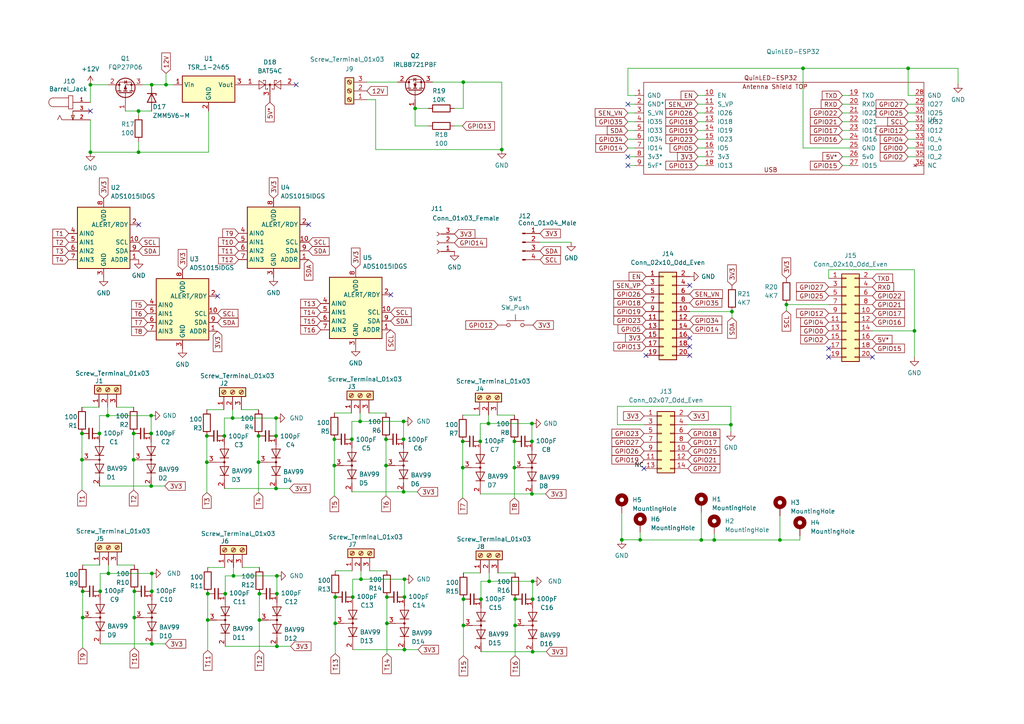
<source format=kicad_sch>
(kicad_sch (version 20211123) (generator eeschema)
  (paper "A4")
  (title_block (title "Alarm Panel") (rev "1.2"))
  (lib_symbols
    (symbol "Analog_ADC:ADS1015IDGS"
      (property "Reference" "U" (at 2.54 13.97 0))
      (property "Value" "ADS1015IDGS" (at 7.62 11.43 0))
      (symbol "ADS1015IDGS_1_1"
        (pin input line (at 10.16 -5.08 180) (length 2.54) (name "ADDR") (number "1"))
        (pin input line (at 10.16 0 180) (length 2.54) (name "SCL") (number "10"))
        (pin output line (at 10.16 5.08 180) (length 2.54) (name "ALERT/RDY") (number "2"))
        (pin power_in line (at 0 -10.16 90) (length 2.54) (name "GND") (number "3"))
        (pin input line (at -10.16 2.54 0) (length 2.54) (name "AIN0") (number "4"))
        (pin input line (at -10.16 0 0) (length 2.54) (name "AIN1") (number "5"))
        (pin input line (at -10.16 -2.54 0) (length 2.54) (name "AIN2") (number "6"))
        (pin input line (at -10.16 -5.08 0) (length 2.54) (name "AIN3") (number "7"))
        (pin power_in line (at 0 12.7 270) (length 2.54) (name "VDD") (number "8"))
        (pin bidirectional line (at 10.16 -2.54 180) (length 2.54) (name "SDA") (number "9"))
      )
    )
    (symbol "Connector:Conn_01x03_Female" (pin_names (offset 1.016) hide)
      (property "Reference" "J" (at 0 5.08 0))
      (property "Value" "Conn_01x03_Female" (at 0 -5.08 0))
      (symbol "Conn_01x03_Female_1_1"
        (pin passive line (at -5.08 2.54 0) (length 3.81) (name "Pin_1") (number "1"))
        (pin passive line (at -5.08 0 0) (length 3.81) (name "Pin_2") (number "2"))
        (pin passive line (at -5.08 -2.54 0) (length 3.81) (name "Pin_3") (number "3"))
      )
    )
    (symbol "Connector:Conn_01x04_Male" (pin_names (offset 1.016) hide)
      (property "Reference" "J" (at 0 5.08 0))
      (property "Value" "Conn_01x04_Male" (at 0 -7.62 0))
      (symbol "Conn_01x04_Male_1_1"
        (pin passive line (at 5.08 2.54 180) (length 3.81) (name "Pin_1") (number "1"))
        (pin passive line (at 5.08 0 180) (length 3.81) (name "Pin_2") (number "2"))
        (pin passive line (at 5.08 -2.54 180) (length 3.81) (name "Pin_3") (number "3"))
        (pin passive line (at 5.08 -5.08 180) (length 3.81) (name "Pin_4") (number "4"))
      )
    )
    (symbol "Connector:Screw_Terminal_01x03" (pin_names (offset 1.016) hide)
      (property "Reference" "J" (at 0 5.08 0))
      (property "Value" "Screw_Terminal_01x03" (at 0 -5.08 0))
      (symbol "Screw_Terminal_01x03_1_1"
        (pin passive line (at -5.08 2.54 0) (length 3.81) (name "Pin_1") (number "1"))
        (pin passive line (at -5.08 0 0) (length 3.81) (name "Pin_2") (number "2"))
        (pin passive line (at -5.08 -2.54 0) (length 3.81) (name "Pin_3") (number "3"))
      )
    )
    (symbol "Connector_Generic:Conn_02x07_Odd_Even" (pin_names (offset 1.016) hide)
      (property "Reference" "J" (at 1.27 10.16 0))
      (property "Value" "Conn_02x07_Odd_Even" (at 1.27 -10.16 0))
      (symbol "Conn_02x07_Odd_Even_1_1"
        (pin passive line (at -5.08 7.62 0) (length 3.81) (name "Pin_1") (number "1"))
        (pin passive line (at 7.62 -2.54 180) (length 3.81) (name "Pin_10") (number "10"))
        (pin passive line (at -5.08 -5.08 0) (length 3.81) (name "Pin_11") (number "11"))
        (pin passive line (at 7.62 -5.08 180) (length 3.81) (name "Pin_12") (number "12"))
        (pin passive line (at -5.08 -7.62 0) (length 3.81) (name "Pin_13") (number "13"))
        (pin passive line (at 7.62 -7.62 180) (length 3.81) (name "Pin_14") (number "14"))
        (pin passive line (at 7.62 7.62 180) (length 3.81) (name "Pin_2") (number "2"))
        (pin passive line (at -5.08 5.08 0) (length 3.81) (name "Pin_3") (number "3"))
        (pin passive line (at 7.62 5.08 180) (length 3.81) (name "Pin_4") (number "4"))
        (pin passive line (at -5.08 2.54 0) (length 3.81) (name "Pin_5") (number "5"))
        (pin passive line (at 7.62 2.54 180) (length 3.81) (name "Pin_6") (number "6"))
        (pin passive line (at -5.08 0 0) (length 3.81) (name "Pin_7") (number "7"))
        (pin passive line (at 7.62 0 180) (length 3.81) (name "Pin_8") (number "8"))
        (pin passive line (at -5.08 -2.54 0) (length 3.81) (name "Pin_9") (number "9"))
      )
    )
    (symbol "Connector_Generic:Conn_02x10_Odd_Even" (pin_names (offset 1.016) hide)
      (property "Reference" "J" (at 1.27 12.7 0))
      (property "Value" "Conn_02x10_Odd_Even" (at 1.27 -15.24 0))
      (symbol "Conn_02x10_Odd_Even_1_1"
        (pin passive line (at -5.08 10.16 0) (length 3.81) (name "Pin_1") (number "1"))
        (pin passive line (at 7.62 0 180) (length 3.81) (name "Pin_10") (number "10"))
        (pin passive line (at -5.08 -2.54 0) (length 3.81) (name "Pin_11") (number "11"))
        (pin passive line (at 7.62 -2.54 180) (length 3.81) (name "Pin_12") (number "12"))
        (pin passive line (at -5.08 -5.08 0) (length 3.81) (name "Pin_13") (number "13"))
        (pin passive line (at 7.62 -5.08 180) (length 3.81) (name "Pin_14") (number "14"))
        (pin passive line (at -5.08 -7.62 0) (length 3.81) (name "Pin_15") (number "15"))
        (pin passive line (at 7.62 -7.62 180) (length 3.81) (name "Pin_16") (number "16"))
        (pin passive line (at -5.08 -10.16 0) (length 3.81) (name "Pin_17") (number "17"))
        (pin passive line (at 7.62 -10.16 180) (length 3.81) (name "Pin_18") (number "18"))
        (pin passive line (at -5.08 -12.7 0) (length 3.81) (name "Pin_19") (number "19"))
        (pin passive line (at 7.62 10.16 180) (length 3.81) (name "Pin_2") (number "2"))
        (pin passive line (at 7.62 -12.7 180) (length 3.81) (name "Pin_20") (number "20"))
        (pin passive line (at -5.08 7.62 0) (length 3.81) (name "Pin_3") (number "3"))
        (pin passive line (at 7.62 7.62 180) (length 3.81) (name "Pin_4") (number "4"))
        (pin passive line (at -5.08 5.08 0) (length 3.81) (name "Pin_5") (number "5"))
        (pin passive line (at 7.62 5.08 180) (length 3.81) (name "Pin_6") (number "6"))
        (pin passive line (at -5.08 2.54 0) (length 3.81) (name "Pin_7") (number "7"))
        (pin passive line (at 7.62 2.54 180) (length 3.81) (name "Pin_8") (number "8"))
        (pin passive line (at -5.08 0 0) (length 3.81) (name "Pin_9") (number "9"))
      )
    )
    (symbol "Device:C_Small" (pin_numbers hide) (pin_names (offset 0.254) hide)
      (property "Reference" "C" (at 0.254 1.778 0))
      (property "Value" "C_Small" (at 0.254 -2.032 0))
      (symbol "C_Small_1_1"
        (pin passive line (at 0 2.54 270) (length 2.032) (name "~") (number "1"))
        (pin passive line (at 0 -2.54 90) (length 2.032) (name "~") (number "2"))
      )
    )
    (symbol "Device:R" (pin_numbers hide) (pin_names (offset 0))
      (property "Reference" "R" (at 2.032 0 90))
      (property "Value" "R" (at 0 0 90))
      (symbol "R_1_1"
        (pin passive line (at 0 3.81 270) (length 1.27) (name "~") (number "1"))
        (pin passive line (at 0 -3.81 90) (length 1.27) (name "~") (number "2"))
      )
    )
    (symbol "Diode:BAT54C" (pin_names (offset 1.016))
      (property "Reference" "D" (at 0.635 -3.81 0))
      (property "Value" "BAT54C" (at -6.35 3.175 0))
      (symbol "BAT54C_1_1"
        (pin passive line (at -7.62 0 0) (length 3.81) (name "~") (number "1"))
        (pin passive line (at 7.62 0 180) (length 3.81) (name "~") (number "2"))
        (pin passive line (at 0 -5.08 90) (length 5.08) (name "~") (number "3"))
      )
    )
    (symbol "Diode:BAV99" (pin_names hide)
      (property "Reference" "D" (at 0 5.08 0))
      (property "Value" "BAV99" (at 0 2.54 0))
      (symbol "BAV99_1_1"
        (pin passive line (at -7.62 0 0) (length 2.54) (name "K") (number "1"))
        (pin passive line (at 7.62 0 180) (length 2.54) (name "A") (number "2"))
        (pin passive line (at 0 -5.08 90) (length 2.54) (name "K") (number "3"))
      )
    )
    (symbol "Diode:BZV55C10" (pin_numbers hide) (pin_names hide)
      (property "Reference" "D" (at 0 2.54 0))
      (property "Value" "BZV55C10" (at 0 -2.54 0))
      (symbol "BZV55C10_1_1"
        (pin passive line (at -3.81 0 0) (length 2.54) (name "K") (number "1"))
        (pin passive line (at 3.81 0 180) (length 2.54) (name "A") (number "2"))
      )
    )
    (symbol "Mechanical:MountingHole_Pad" (pin_numbers hide) (pin_names (offset 1.016) hide)
      (property "Reference" "H" (at 0 6.35 0))
      (property "Value" "MountingHole_Pad" (at 0 4.445 0))
      (symbol "MountingHole_Pad_1_1"
        (pin input line (at 0 -2.54 90) (length 2.54) (name "1") (number "1"))
      )
    )
    (symbol "PJ-102AH:PJ-102AH" (pin_names (offset 1.016) hide)
      (property "Reference" "J" (at -7.62 5.08 0))
      (property "Value" "PJ-102AH" (at -7.62 -5.08 0))
      (symbol "PJ-102AH_0_0"
        (pin passive line (at 5.08 2.54 180) (length 5.08) (name "~") (number "1"))
        (pin passive line (at 5.08 -2.54 180) (length 5.08) (name "~") (number "2"))
        (pin passive line (at 5.08 0 180) (length 5.08) (name "~") (number "3"))
      )
    )
    (symbol "QuinLED-ESP32:QuinLED-ESP32" (pin_names (offset 1.016))
      (property "Reference" "U" (at 58.42 -12.7 0))
      (property "Value" "QuinLED-ESP32" (at 58.42 -7.62 0))
      (symbol "QuinLED-ESP32_0_0"
        (text "Antenna Shield TOP" (at 59.69 -5.08 0) (effects (font (size 1.27 1.27))))
        (text "QuinLED-ESP32" (at 58.42 -2.54 0) (effects (font (size 1.27 1.27))))
        (text "USB" (at 58.42 -29.21 0) (effects (font (size 1.27 1.27))))
      )
      (symbol "QuinLED-ESP32_1_1"
        (pin bidirectional line (at 19.05 -7.62 0) (length 2.54) (name "GND") (number "1"))
        (pin input line (at 39.37 -7.62 0) (length 2.54) (name "EN") (number "10"))
        (pin input line (at 39.37 -10.16 0) (length 2.54) (name "S_VP") (number "11"))
        (pin bidirectional line (at 39.37 -12.7 0) (length 2.54) (name "IO26") (number "12"))
        (pin bidirectional line (at 39.37 -15.24 0) (length 2.54) (name "IO18") (number "13"))
        (pin bidirectional line (at 39.37 -17.78 0) (length 2.54) (name "IO19") (number "14"))
        (pin bidirectional line (at 39.37 -20.32 0) (length 2.54) (name "IO23") (number "15"))
        (pin bidirectional line (at 39.37 -22.86 0) (length 2.54) (name "IO5") (number "16"))
        (pin output line (at 39.37 -25.4 0) (length 2.54) (name "3v3") (number "17"))
        (pin bidirectional line (at 39.37 -27.94 0) (length 2.54) (name "IO13") (number "18"))
        (pin output line (at 81.28 -7.62 0) (length 2.54) (name "TXD") (number "19"))
        (pin bidirectional line (at 19.05 -10.16 0) (length 2.54) (name "GND*") (number "2"))
        (pin input line (at 81.28 -10.16 0) (length 2.54) (name "RXD") (number "20"))
        (pin bidirectional line (at 81.28 -12.7 0) (length 2.54) (name "IO22") (number "21"))
        (pin bidirectional line (at 81.28 -15.24 0) (length 2.54) (name "IO21") (number "22"))
        (pin bidirectional line (at 81.28 -17.78 0) (length 2.54) (name "IO17") (number "23"))
        (pin bidirectional line (at 81.28 -20.32 0) (length 2.54) (name "IO16") (number "24"))
        (pin bidirectional line (at 81.28 -22.86 0) (length 2.54) (name "GND") (number "25"))
        (pin input line (at 81.28 -25.4 0) (length 2.54) (name "5v0") (number "26"))
        (pin bidirectional line (at 81.28 -27.94 0) (length 2.54) (name "IO15") (number "27"))
        (pin bidirectional line (at 100.33 -7.62 0) (length 2.54) (name "GND") (number "28"))
        (pin bidirectional line (at 100.33 -10.16 0) (length 2.54) (name "IO27") (number "29"))
        (pin input line (at 19.05 -12.7 0) (length 2.54) (name "S_VN") (number "3"))
        (pin bidirectional line (at 100.33 -12.7 0) (length 2.54) (name "IO25") (number "30"))
        (pin bidirectional line (at 100.33 -15.24 0) (length 2.54) (name "IO32") (number "31"))
        (pin bidirectional line (at 100.33 -17.78 0) (length 2.54) (name "IO12") (number "32"))
        (pin bidirectional line (at 100.33 -20.32 0) (length 2.54) (name "IO_4") (number "33"))
        (pin bidirectional line (at 100.33 -22.86 0) (length 2.54) (name "IO_0") (number "34"))
        (pin bidirectional line (at 100.33 -25.4 0) (length 2.54) (name "IO_2") (number "35"))
        (pin no_connect line (at 100.33 -27.94 0) (length 2.54) (name "NC") (number "36"))
        (pin bidirectional line (at 19.05 -15.24 0) (length 2.54) (name "IO35") (number "4"))
        (pin bidirectional line (at 19.05 -17.78 0) (length 2.54) (name "IO33") (number "5"))
        (pin bidirectional line (at 19.05 -20.32 0) (length 2.54) (name "IO34") (number "6"))
        (pin bidirectional line (at 19.05 -22.86 0) (length 2.54) (name "IO14") (number "7"))
        (pin output line (at 19.05 -25.4 0) (length 2.54) (name "3v3*") (number "8"))
        (pin output line (at 19.05 -27.94 0) (length 2.54) (name "5vF*") (number "9"))
      )
    )
    (symbol "Regulator_Switching:TSR_1-2465"
      (property "Reference" "U" (at -7.62 6.35 0))
      (property "Value" "TSR_1-2465" (at -1.27 6.35 0))
      (symbol "TSR_1-2465_1_1"
        (pin power_in line (at -10.16 2.54 0) (length 2.54) (name "Vin") (number "1"))
        (pin power_in line (at 0 -5.08 90) (length 2.54) (name "GND") (number "2"))
        (pin power_out line (at 10.16 2.54 180) (length 2.54) (name "Vout") (number "3"))
      )
    )
    (symbol "Switch:SW_Push" (pin_numbers hide) (pin_names (offset 1.016) hide)
      (property "Reference" "SW" (at 1.27 2.54 0))
      (property "Value" "SW_Push" (at 0 -1.524 0))
      (symbol "SW_Push_0_1"
        (pin passive line (at -5.08 0 0) (length 2.54) (name "1") (number "1"))
        (pin passive line (at 5.08 0 180) (length 2.54) (name "2") (number "2"))
      )
    )
    (symbol "Transistor_FET:FQP27P06" (pin_names hide)
      (property "Reference" "Q" (at 5.08 1.905 0))
      (property "Value" "FQP27P06" (at 5.08 0 0))
      (symbol "FQP27P06_1_1"
        (pin input line (at -5.08 0 0) (length 2.54) (name "G") (number "1"))
        (pin passive line (at 2.54 5.08 270) (length 2.54) (name "D") (number "2"))
        (pin passive line (at 2.54 -5.08 90) (length 2.54) (name "S") (number "3"))
      )
    )
    (symbol "Transistor_FET:IRLB8721PBF" (pin_names hide)
      (property "Reference" "Q" (at 6.35 1.905 0))
      (property "Value" "IRLB8721PBF" (at 6.35 0 0))
      (symbol "IRLB8721PBF_1_1"
        (pin input line (at -5.08 0 0) (length 2.54) (name "G") (number "1"))
        (pin passive line (at 2.54 5.08 270) (length 2.54) (name "D") (number "2"))
        (pin passive line (at 2.54 -5.08 90) (length 2.54) (name "S") (number "3"))
      )
    )
    (symbol "power:+12V" (power) (pin_names (offset 0))
      (property "Value" "+12V" (at 0 3.556 0))
      (symbol "+12V_1_1"
        (pin power_in line (at 0 0 90) (length 0) hide (name "+12V") (number "1"))
      )
    )
    (symbol "power:GND" (power) (pin_names (offset 0))
      (property "Value" "GND" (at 0 -3.81 0))
      (symbol "GND_1_1"
        (pin power_in line (at 0 0 270) (length 0) hide (name "GND") (number "1"))
      )
    )
  )
  (junction (at 232.918 19.812))
  (junction (at 26.2128 24.5872))
  (junction (at 43.8404 140.97))
  (junction (at 26.2128 44.1452))
  (junction (at 40.1828 32.2072))
  (junction (at 67.7164 167.0304))
  (junction (at 80.0608 126.4412))
  (junction (at 74.9808 134.0612))
  (junction (at 154.4828 173.7868))
  (junction (at 149.4028 181.4068))
  (junction (at 117.2972 173.1772))
  (junction (at 23.7744 125.73))
  (junction (at 226.2124 156.6164))
  (junction (at 154.4828 189.0268))
  (junction (at 141.6812 122.8344))
  (junction (at 38.9636 179.1208))
  (junction (at 149.1996 128.016))
  (junction (at 43.8404 125.73))
  (junction (at 60.2488 179.832))
  (junction (at 104.4448 122.2248))
  (junction (at 40.1828 44.1452))
  (junction (at 117.2972 167.9956))
  (junction (at 117.2972 188.4172))
  (junction (at 112.2172 180.7972))
  (junction (at 207.1624 156.6164))
  (junction (at 97.2312 180.7972))
  (junction (at 29.0576 171.5008))
  (junction (at 111.9632 127.4064))
  (junction (at 96.9772 127.4064))
  (junction (at 139.4968 173.7868))
  (junction (at 44.0436 171.5008))
  (junction (at 67.4624 121.2596))
  (junction (at 154.2796 122.8344))
  (junction (at 80.3148 167.0304))
  (junction (at 59.9948 126.4412))
  (junction (at 44.0436 166.3192))
  (junction (at 149.1996 135.636))
  (junction (at 102.3112 173.1772))
  (junction (at 75.2348 172.212))
  (junction (at 43.8404 120.5484))
  (junction (at 154.4828 168.6052))
  (junction (at 28.8544 125.73))
  (junction (at 65.3288 172.212))
  (junction (at 80.0608 141.6812))
  (junction (at 212.2932 90.3732))
  (junction (at 31.242 120.5484))
  (junction (at 74.9808 126.4412))
  (junction (at 23.9776 179.1208))
  (junction (at 38.7604 125.73))
  (junction (at 117.0432 122.2248))
  (junction (at 48.1584 24.5872))
  (junction (at 211.9884 123.19))
  (junction (at 60.2488 172.212))
  (junction (at 80.0608 121.2596))
  (junction (at 141.8844 168.6052))
  (junction (at 228.092 88.3412))
  (junction (at 139.2936 128.016))
  (junction (at 134.2136 128.016))
  (junction (at 185.674 156.5656))
  (junction (at 134.4168 173.7868))
  (junction (at 59.9948 134.0612))
  (junction (at 203.4032 156.6164))
  (junction (at 31.4452 166.3192))
  (junction (at 23.9776 171.5008))
  (junction (at 38.9636 171.5008))
  (junction (at 97.2312 173.1772))
  (junction (at 112.2172 173.1772))
  (junction (at 96.9772 135.0264))
  (junction (at 154.2796 128.016))
  (junction (at 134.4168 181.4068))
  (junction (at 134.2136 135.636))
  (junction (at 263.398 19.812))
  (junction (at 180.34 156.5656))
  (junction (at 75.2348 179.832))
  (junction (at 154.2796 143.256))
  (junction (at 265.2268 95.9612))
  (junction (at 102.0572 127.4064))
  (junction (at 23.7744 133.35))
  (junction (at 117.0432 127.4064))
  (junction (at 104.6988 167.9956))
  (junction (at 111.9632 135.0264))
  (junction (at 134.366 23.8252))
  (junction (at 120.396 31.4452))
  (junction (at 80.3148 172.212))
  (junction (at 43.9928 24.5872))
  (junction (at 149.4028 173.7868))
  (junction (at 44.0436 186.7408))
  (junction (at 38.7604 133.35))
  (junction (at 65.0748 126.4412))
  (junction (at 80.3148 187.452))
  (junction (at 145.542 43.3832))
  (junction (at 117.0432 142.6464))
  (no_connect (at 63.0936 85.9028))
  (no_connect (at 187.3504 103.0732))
  (no_connect (at 200.0504 97.9932))
  (no_connect (at 89.5096 65.1256))
  (no_connect (at 182.118 45.466))
  (no_connect (at 200.0504 103.0732))
  (no_connect (at 40.2336 65.1764))
  (no_connect (at 113.3348 85.4964))
  (no_connect (at 26.2128 32.2072))
  (no_connect (at 182.118 30.226))
  (no_connect (at 186.7916 135.89))
  (no_connect (at 85.9028 24.5872))
  (no_connect (at 182.118 48.006))
  (no_connect (at 240.3348 101.0412))
  (no_connect (at 200.0504 82.7532))
  (no_connect (at 253.0348 103.5812))
  (no_connect (at 240.3348 103.5812))
  (no_connect (at 200.0504 100.5332))
  (wire (pts (xy 111.9632 135.0264) (xy 111.9632 127.4064)))
  (wire (pts (xy 112.2172 189.5856) (xy 112.2172 180.7972)))
  (wire (pts (xy 96.9772 135.0264) (xy 96.9772 127.4064)))
  (wire (pts (xy 80.0608 141.6812) (xy 65.0748 141.6812)))
  (wire (pts (xy 244.348 27.686) (xy 246.38 27.686)))
  (wire (pts (xy 244.348 40.386) (xy 246.38 40.386)))
  (wire (pts (xy 26.2128 24.5872) (xy 26.2128 29.6672)))
  (wire (pts (xy 182.118 32.766) (xy 184.15 32.766)))
  (wire (pts (xy 180.34 156.5656) (xy 185.674 156.5656)))
  (wire (pts (xy 44.0436 186.7408) (xy 29.0576 186.7408)))
  (wire (pts (xy 23.9776 187.9092) (xy 23.9776 179.1208)))
  (wire (pts (xy 180.34 148.7932) (xy 180.34 156.5656)))
  (wire (pts (xy 108.966 43.3832) (xy 145.542 43.3832)))
  (wire (pts (xy 120.396 31.4452) (xy 120.396 36.5252)))
  (wire (pts (xy 31.242 120.5484) (xy 28.8544 120.5484)))
  (wire (pts (xy 43.8404 125.73) (xy 43.8404 120.5484)))
  (wire (pts (xy 232.918 19.812) (xy 232.918 42.926)))
  (wire (pts (xy 232.918 42.926) (xy 246.38 42.926)))
  (wire (pts (xy 149.4028 181.4068) (xy 149.4028 173.7868)))
  (wire (pts (xy 182.118 19.812) (xy 182.118 27.686)))
  (wire (pts (xy 38.9636 187.9092) (xy 38.9636 179.1208)))
  (wire (pts (xy 240.3348 80.7212) (xy 240.3348 78.232)))
  (wire (pts (xy 263.398 19.812) (xy 277.876 19.812)))
  (wire (pts (xy 70.0024 118.8212) (xy 74.9808 118.8212)))
  (wire (pts (xy 202.438 27.686) (xy 204.47 27.686)))
  (wire (pts (xy 202.438 42.926) (xy 204.47 42.926)))
  (wire (pts (xy 202.438 45.466) (xy 204.47 45.466)))
  (wire (pts (xy 40.1828 32.2072) (xy 40.1828 33.4772)))
  (wire (pts (xy 212.2932 90.3732) (xy 212.2932 92.1512)))
  (wire (pts (xy 59.9948 134.0612) (xy 59.9948 126.4412)))
  (wire (pts (xy 28.9052 163.8808) (xy 23.9776 163.8808)))
  (wire (pts (xy 182.118 48.006) (xy 184.15 48.006)))
  (wire (pts (xy 182.118 45.466) (xy 184.15 45.466)))
  (wire (pts (xy 211.9884 117.856) (xy 211.9884 123.19)))
  (wire (pts (xy 26.2128 24.5872) (xy 31.2928 24.5872)))
  (wire (pts (xy 228.092 88.3412) (xy 228.092 90.1192)))
  (wire (pts (xy 48.1584 21.2852) (xy 48.1584 24.5872)))
  (wire (pts (xy 202.438 35.306) (xy 204.47 35.306)))
  (wire (pts (xy 202.438 30.226) (xy 204.47 30.226)))
  (wire (pts (xy 65.0748 126.4412) (xy 65.0748 121.2596)))
  (wire (pts (xy 28.8544 140.97) (xy 43.8404 140.97)))
  (wire (pts (xy 141.8844 168.6052) (xy 154.4828 168.6052)))
  (wire (pts (xy 232.0036 155.3972) (xy 232.0036 156.6164)))
  (wire (pts (xy 41.4528 24.5872) (xy 43.9928 24.5872)))
  (wire (pts (xy 64.9224 118.8212) (xy 59.9948 118.8212)))
  (wire (pts (xy 134.2136 135.636) (xy 134.2136 128.016)))
  (wire (pts (xy 263.398 42.926) (xy 265.43 42.926)))
  (wire (pts (xy 211.9884 123.19) (xy 199.4916 123.19)))
  (wire (pts (xy 74.9808 134.0612) (xy 74.9808 126.4412)))
  (wire (pts (xy 23.7744 142.1384) (xy 23.7744 133.35)))
  (wire (pts (xy 97.2312 180.7972) (xy 97.2312 173.1772)))
  (wire (pts (xy 117.0432 127.4064) (xy 117.0432 122.2248)))
  (wire (pts (xy 80.0608 126.4412) (xy 80.0608 121.2596)))
  (wire (pts (xy 125.476 23.8252) (xy 134.366 23.8252)))
  (wire (pts (xy 112.2172 180.7972) (xy 112.2172 173.1772)))
  (wire (pts (xy 65.3288 172.212) (xy 65.3288 167.0304)))
  (wire (pts (xy 149.1996 144.4244) (xy 149.1996 135.636)))
  (wire (pts (xy 75.2348 179.832) (xy 75.2348 172.212)))
  (wire (pts (xy 182.118 35.306) (xy 184.15 35.306)))
  (wire (pts (xy 265.2268 95.9612) (xy 265.2268 103.5812)))
  (wire (pts (xy 202.438 37.846) (xy 204.47 37.846)))
  (wire (pts (xy 102.1588 165.5572) (xy 97.2312 165.5572)))
  (wire (pts (xy 74.9808 142.8496) (xy 74.9808 134.0612)))
  (wire (pts (xy 202.438 32.766) (xy 204.47 32.766)))
  (wire (pts (xy 60.5028 32.2072) (xy 60.5028 44.1452)))
  (wire (pts (xy 263.398 32.766) (xy 265.43 32.766)))
  (wire (pts (xy 48.1584 24.5872) (xy 50.3428 24.5872)))
  (wire (pts (xy 156.6164 70.2564) (xy 165.6588 70.2564)))
  (wire (pts (xy 182.118 30.226) (xy 184.15 30.226)))
  (wire (pts (xy 185.674 154.3812) (xy 185.674 156.5656)))
  (wire (pts (xy 182.118 40.386) (xy 184.15 40.386)))
  (wire (pts (xy 108.966 28.9052) (xy 108.966 43.3832)))
  (wire (pts (xy 141.8844 168.6052) (xy 139.4968 168.6052)))
  (wire (pts (xy 117.0432 142.6464) (xy 121.0056 142.6464)))
  (wire (pts (xy 23.9776 179.1208) (xy 23.9776 171.5008)))
  (wire (pts (xy 139.2936 143.256) (xy 154.2796 143.256)))
  (wire (pts (xy 244.348 45.466) (xy 246.38 45.466)))
  (wire (pts (xy 203.4032 148.59) (xy 203.4032 156.6164)))
  (wire (pts (xy 145.542 23.8252) (xy 145.542 43.3832)))
  (wire (pts (xy 244.348 48.006) (xy 246.38 48.006)))
  (wire (pts (xy 43.8404 140.97) (xy 47.8028 140.97)))
  (wire (pts (xy 144.2212 120.396) (xy 149.1996 120.396)))
  (wire (pts (xy 70.2564 164.592) (xy 75.2348 164.592)))
  (wire (pts (xy 265.2268 95.9612) (xy 253.0348 95.9612)))
  (wire (pts (xy 139.3444 166.1668) (xy 134.4168 166.1668)))
  (wire (pts (xy 107.2388 165.5572) (xy 112.2172 165.5572)))
  (wire (pts (xy 43.9928 24.5872) (xy 48.1584 24.5872)))
  (wire (pts (xy 117.2972 173.1772) (xy 117.2972 167.9956)))
  (wire (pts (xy 226.2124 149.5552) (xy 226.2124 156.6164)))
  (wire (pts (xy 40.1828 32.2072) (xy 43.9928 32.2072)))
  (wire (pts (xy 40.1828 41.0972) (xy 40.1828 44.1452)))
  (wire (pts (xy 154.4828 173.7868) (xy 154.4828 168.6052)))
  (wire (pts (xy 80.3148 187.452) (xy 84.2772 187.452)))
  (wire (pts (xy 84.0232 141.6812) (xy 80.0608 141.6812)))
  (wire (pts (xy 104.4448 122.2248) (xy 117.0432 122.2248)))
  (wire (pts (xy 59.9948 142.8496) (xy 59.9948 134.0612)))
  (wire (pts (xy 44.0436 171.5008) (xy 44.0436 166.3192)))
  (wire (pts (xy 102.3112 188.4172) (xy 117.2972 188.4172)))
  (wire (pts (xy 120.396 31.4452) (xy 124.206 31.4452)))
  (wire (pts (xy 28.8544 125.73) (xy 28.8544 120.5484)))
  (wire (pts (xy 28.702 118.11) (xy 23.7744 118.11)))
  (wire (pts (xy 134.366 23.8252) (xy 145.542 23.8252)))
  (wire (pts (xy 154.2796 128.016) (xy 154.2796 122.8344)))
  (wire (pts (xy 211.9884 117.856) (xy 179.07 117.856)))
  (wire (pts (xy 67.4624 121.2596) (xy 80.0608 121.2596)))
  (wire (pts (xy 134.4168 181.4068) (xy 134.4168 173.7868)))
  (wire (pts (xy 101.9048 119.7864) (xy 96.9772 119.7864)))
  (wire (pts (xy 67.7164 167.0304) (xy 80.3148 167.0304)))
  (wire (pts (xy 263.398 45.466) (xy 265.43 45.466)))
  (wire (pts (xy 36.3728 32.2072) (xy 40.1828 32.2072)))
  (wire (pts (xy 182.118 19.812) (xy 232.918 19.812)))
  (wire (pts (xy 26.2128 34.7472) (xy 26.2128 44.1452)))
  (wire (pts (xy 96.9772 143.8148) (xy 96.9772 135.0264)))
  (wire (pts (xy 211.9884 123.19) (xy 211.9884 125.222)))
  (wire (pts (xy 244.348 32.766) (xy 246.38 32.766)))
  (wire (pts (xy 33.9852 163.8808) (xy 38.9636 163.8808)))
  (wire (pts (xy 182.118 27.686) (xy 184.15 27.686)))
  (wire (pts (xy 31.4452 166.3192) (xy 44.0436 166.3192)))
  (wire (pts (xy 29.0576 171.5008) (xy 29.0576 166.3192)))
  (wire (pts (xy 182.118 42.926) (xy 184.15 42.926)))
  (wire (pts (xy 65.1764 164.592) (xy 60.2488 164.592)))
  (wire (pts (xy 106.9848 119.7864) (xy 111.9632 119.7864)))
  (wire (pts (xy 31.242 120.5484) (xy 31.242 118.11)))
  (wire (pts (xy 111.9632 143.8148) (xy 111.9632 135.0264)))
  (wire (pts (xy 106.426 28.9052) (xy 108.966 28.9052)))
  (wire (pts (xy 200.0504 90.3732) (xy 212.2932 90.3732)))
  (wire (pts (xy 141.8844 168.6052) (xy 141.8844 166.1668)))
  (wire (pts (xy 139.2936 128.016) (xy 139.2936 122.8344)))
  (wire (pts (xy 263.398 37.846) (xy 265.43 37.846)))
  (wire (pts (xy 31.242 120.5484) (xy 43.8404 120.5484)))
  (wire (pts (xy 265.2268 78.232) (xy 240.3348 78.232)))
  (wire (pts (xy 232.918 19.812) (xy 263.398 19.812)))
  (wire (pts (xy 104.4448 119.7864) (xy 104.4448 122.2248)))
  (wire (pts (xy 182.118 37.846) (xy 184.15 37.846)))
  (wire (pts (xy 144.4244 166.1668) (xy 149.4028 166.1668)))
  (wire (pts (xy 139.4968 189.0268) (xy 154.4828 189.0268)))
  (wire (pts (xy 134.2136 144.4244) (xy 134.2136 135.636)))
  (wire (pts (xy 134.366 31.4452) (xy 134.366 23.8252)))
  (wire (pts (xy 203.4032 156.6164) (xy 185.674 156.6164)))
  (wire (pts (xy 186.7916 123.19) (xy 179.07 123.19)))
  (wire (pts (xy 38.9636 179.1208) (xy 38.9636 171.5008)))
  (wire (pts (xy 207.1624 156.6164) (xy 203.4032 156.6164)))
  (wire (pts (xy 263.398 40.386) (xy 265.43 40.386)))
  (wire (pts (xy 179.07 123.19) (xy 179.07 117.856)))
  (wire (pts (xy 207.1624 154.94) (xy 207.1624 156.6164)))
  (wire (pts (xy 134.4168 190.1952) (xy 134.4168 181.4068)))
  (wire (pts (xy 244.348 37.846) (xy 246.38 37.846)))
  (wire (pts (xy 23.7744 133.35) (xy 23.7744 125.73)))
  (wire (pts (xy 67.7164 167.0304) (xy 65.3288 167.0304)))
  (wire (pts (xy 65.3288 187.452) (xy 80.3148 187.452)))
  (wire (pts (xy 31.4452 166.3192) (xy 31.4452 163.8808)))
  (wire (pts (xy 47.9552 186.7408) (xy 44.0436 186.7408)))
  (wire (pts (xy 265.2268 95.9612) (xy 265.2268 78.232)))
  (wire (pts (xy 141.6812 122.8344) (xy 154.2796 122.8344)))
  (wire (pts (xy 154.2796 143.256) (xy 158.242 143.256)))
  (wire (pts (xy 60.5028 44.1452) (xy 40.1828 44.1452)))
  (wire (pts (xy 154.4828 189.0268) (xy 158.4452 189.0268)))
  (wire (pts (xy 131.826 36.5252) (xy 134.112 36.5252)))
  (wire (pts (xy 104.6988 167.9956) (xy 117.2972 167.9956)))
  (wire (pts (xy 263.398 19.812) (xy 263.398 27.686)))
  (wire (pts (xy 80.3148 172.212) (xy 80.3148 167.0304)))
  (wire (pts (xy 141.6812 122.8344) (xy 141.6812 120.396)))
  (wire (pts (xy 263.398 35.306) (xy 265.43 35.306)))
  (wire (pts (xy 38.7604 142.1384) (xy 38.7604 133.35)))
  (wire (pts (xy 228.092 88.3412) (xy 240.3348 88.3412)))
  (wire (pts (xy 149.4028 190.1952) (xy 149.4028 181.4068)))
  (wire (pts (xy 244.348 30.226) (xy 246.38 30.226)))
  (wire (pts (xy 202.438 48.006) (xy 204.47 48.006)))
  (wire (pts (xy 67.7164 167.0304) (xy 67.7164 164.592)))
  (wire (pts (xy 149.1996 135.636) (xy 149.1996 128.016)))
  (wire (pts (xy 202.438 40.386) (xy 204.47 40.386)))
  (wire (pts (xy 232.0036 156.6164) (xy 226.2124 156.6164)))
  (wire (pts (xy 263.398 30.226) (xy 265.43 30.226)))
  (wire (pts (xy 26.2128 44.1452) (xy 40.1828 44.1452)))
  (wire (pts (xy 60.2488 188.6204) (xy 60.2488 179.832)))
  (wire (pts (xy 31.4452 166.3192) (xy 29.0576 166.3192)))
  (wire (pts (xy 67.4624 121.2596) (xy 67.4624 118.8212)))
  (wire (pts (xy 244.348 35.306) (xy 246.38 35.306)))
  (wire (pts (xy 102.3112 173.1772) (xy 102.3112 167.9956)))
  (wire (pts (xy 117.2972 188.4172) (xy 121.2596 188.4172)))
  (wire (pts (xy 75.2348 188.6204) (xy 75.2348 179.832)))
  (wire (pts (xy 38.7604 133.35) (xy 38.7604 125.73)))
  (wire (pts (xy 104.4448 122.2248) (xy 102.0572 122.2248)))
  (wire (pts (xy 185.674 156.5656) (xy 185.674 156.6164)))
  (wire (pts (xy 38.7604 118.11) (xy 33.782 118.11)))
  (wire (pts (xy 141.6812 122.8344) (xy 139.2936 122.8344)))
  (wire (pts (xy 226.2124 156.6164) (xy 207.1624 156.6164)))
  (wire (pts (xy 67.4624 121.2596) (xy 65.0748 121.2596)))
  (wire (pts (xy 277.876 19.812) (xy 277.876 24.3332)))
  (wire (pts (xy 97.2312 189.5856) (xy 97.2312 180.7972)))
  (wire (pts (xy 104.6988 167.9956) (xy 104.6988 165.5572)))
  (wire (pts (xy 60.2488 179.832) (xy 60.2488 172.212)))
  (wire (pts (xy 139.1412 120.396) (xy 134.2136 120.396)))
  (wire (pts (xy 120.396 36.5252) (xy 124.206 36.5252)))
  (wire (pts (xy 102.0572 142.6464) (xy 117.0432 142.6464)))
  (wire (pts (xy 131.826 31.4452) (xy 134.366 31.4452)))
  (wire (pts (xy 265.43 27.686) (xy 263.398 27.686)))
  (wire (pts (xy 139.4968 173.7868) (xy 139.4968 168.6052)))
  (wire (pts (xy 104.6988 167.9956) (xy 102.3112 167.9956)))
  (wire (pts (xy 106.426 23.8252) (xy 115.316 23.8252)))
  (wire (pts (xy 102.0572 127.4064) (xy 102.0572 122.2248)))
  (label "NC" (at 186.7916 135.89 180))
  (global_label "GPIO13" (shape input) (at 134.112 36.5252 0) (property "Intersheet References" "${INTERSHEET_REFS}" (effects hide)))
  (global_label "GPIO25" (shape input) (at 240.3348 85.8012 180) (property "Intersheet References" "${INTERSHEET_REFS}" (effects hide)))
  (global_label "3V3" (shape input) (at 52.9336 78.2828 90) (property "Intersheet References" "${INTERSHEET_REFS}" (effects hide)))
  (global_label "T3" (shape input) (at 59.9948 142.8496 270) (property "Intersheet References" "${INTERSHEET_REFS}" (effects hide)))
  (global_label "GPIO23" (shape input) (at 186.7916 125.73 180) (property "Intersheet References" "${INTERSHEET_REFS}" (effects hide)))
  (global_label "SCL" (shape input) (at 228.092 90.1192 270) (property "Intersheet References" "${INTERSHEET_REFS}" (effects hide)))
  (global_label "3V3" (shape input) (at 131.826 67.8688 0) (property "Intersheet References" "${INTERSHEET_REFS}" (effects hide)))
  (global_label "T10" (shape input) (at 38.9636 187.9092 270) (property "Intersheet References" "${INTERSHEET_REFS}" (effects hide)))
  (global_label "TXD" (shape input) (at 253.0348 80.7212 0) (property "Intersheet References" "${INTERSHEET_REFS}" (effects hide)))
  (global_label "T12" (shape input) (at 69.1896 75.2856 180) (property "Intersheet References" "${INTERSHEET_REFS}" (effects hide)))
  (global_label "3V3" (shape input) (at 121.0056 142.6464 0) (property "Intersheet References" "${INTERSHEET_REFS}" (effects hide)))
  (global_label "GPIO21" (shape input) (at 253.0348 88.3412 0) (property "Intersheet References" "${INTERSHEET_REFS}" (effects hide)))
  (global_label "T6" (shape input) (at 42.7736 90.9828 180) (property "Intersheet References" "${INTERSHEET_REFS}" (effects hide)))
  (global_label "3V3" (shape input) (at 121.2596 188.4172 0) (property "Intersheet References" "${INTERSHEET_REFS}" (effects hide)))
  (global_label "GPIO17" (shape input) (at 199.4916 128.27 0) (property "Intersheet References" "${INTERSHEET_REFS}" (effects hide)))
  (global_label "GPIO21" (shape input) (at 244.348 35.306 180) (property "Intersheet References" "${INTERSHEET_REFS}" (effects hide)))
  (global_label "GPIO35" (shape input) (at 200.0504 87.8332 0) (property "Intersheet References" "${INTERSHEET_REFS}" (effects hide)))
  (global_label "GPIO4" (shape input) (at 263.398 40.386 180) (property "Intersheet References" "${INTERSHEET_REFS}" (effects hide)))
  (global_label "T11" (shape input) (at 69.1896 72.7456 180) (property "Intersheet References" "${INTERSHEET_REFS}" (effects hide)))
  (global_label "RXD" (shape input) (at 253.0348 83.2612 0) (property "Intersheet References" "${INTERSHEET_REFS}" (effects hide)))
  (global_label "T4" (shape input) (at 74.9808 142.8496 270) (property "Intersheet References" "${INTERSHEET_REFS}" (effects hide)))
  (global_label "12V" (shape input) (at 48.1584 21.2852 90) (property "Intersheet References" "${INTERSHEET_REFS}" (effects hide)))
  (global_label "SEN_VN" (shape input) (at 182.118 32.766 180) (property "Intersheet References" "${INTERSHEET_REFS}" (effects hide)))
  (global_label "SDA" (shape input) (at 212.2932 92.1512 270) (property "Intersheet References" "${INTERSHEET_REFS}" (effects hide)))
  (global_label "GPIO18" (shape input) (at 187.3504 87.8332 180) (property "Intersheet References" "${INTERSHEET_REFS}" (effects hide)))
  (global_label "SDA" (shape input) (at 63.0936 93.5228 0) (property "Intersheet References" "${INTERSHEET_REFS}" (effects hide)))
  (global_label "SCL" (shape input) (at 156.6164 75.3364 0) (property "Intersheet References" "${INTERSHEET_REFS}" (effects hide)))
  (global_label "SCL" (shape input) (at 63.0936 90.9828 0) (property "Intersheet References" "${INTERSHEET_REFS}" (effects hide)))
  (global_label "T5" (shape input) (at 96.9772 143.8148 270) (property "Intersheet References" "${INTERSHEET_REFS}" (effects hide)))
  (global_label "T8" (shape input) (at 149.1996 144.4244 270) (property "Intersheet References" "${INTERSHEET_REFS}" (effects hide)))
  (global_label "GPIO17" (shape input) (at 253.0348 90.8812 0) (property "Intersheet References" "${INTERSHEET_REFS}" (effects hide)))
  (global_label "T14" (shape input) (at 93.0148 90.5764 180) (property "Intersheet References" "${INTERSHEET_REFS}" (effects hide)))
  (global_label "SDA" (shape input) (at 182.118 37.846 180) (property "Intersheet References" "${INTERSHEET_REFS}" (effects hide)))
  (global_label "GPIO27" (shape input) (at 186.7916 128.27 180) (property "Intersheet References" "${INTERSHEET_REFS}" (effects hide)))
  (global_label "T2" (shape input) (at 19.9136 70.2564 180) (property "Intersheet References" "${INTERSHEET_REFS}" (effects hide)))
  (global_label "T13" (shape input) (at 97.2312 189.5856 270) (property "Intersheet References" "${INTERSHEET_REFS}" (effects hide)))
  (global_label "GPIO15" (shape input) (at 244.348 48.006 180) (property "Intersheet References" "${INTERSHEET_REFS}" (effects hide)))
  (global_label "GPIO0" (shape input) (at 263.398 42.926 180) (property "Intersheet References" "${INTERSHEET_REFS}" (effects hide)))
  (global_label "SCL" (shape input) (at 113.3348 90.5764 0) (property "Intersheet References" "${INTERSHEET_REFS}" (effects hide)))
  (global_label "3V3" (shape input) (at 47.9552 186.7408 0) (property "Intersheet References" "${INTERSHEET_REFS}" (effects hide)))
  (global_label "T15" (shape input) (at 134.4168 190.1952 270) (property "Intersheet References" "${INTERSHEET_REFS}" (effects hide)))
  (global_label "GPIO2" (shape input) (at 240.3348 98.5012 180) (property "Intersheet References" "${INTERSHEET_REFS}" (effects hide)))
  (global_label "T11" (shape input) (at 60.2488 188.6204 270) (property "Intersheet References" "${INTERSHEET_REFS}" (effects hide)))
  (global_label "GPIO14" (shape input) (at 131.826 70.4088 0) (property "Intersheet References" "${INTERSHEET_REFS}" (effects hide)))
  (global_label "GPIO25" (shape input) (at 263.398 32.766 180) (property "Intersheet References" "${INTERSHEET_REFS}" (effects hide)))
  (global_label "5V*" (shape input) (at 253.0348 98.5012 0) (property "Intersheet References" "${INTERSHEET_REFS}" (effects hide)))
  (global_label "T2" (shape input) (at 38.7604 142.1384 270) (property "Intersheet References" "${INTERSHEET_REFS}" (effects hide)))
  (global_label "EN" (shape input) (at 202.438 27.686 180) (property "Intersheet References" "${INTERSHEET_REFS}" (effects hide)))
  (global_label "12V" (shape input) (at 106.426 26.3652 0) (property "Intersheet References" "${INTERSHEET_REFS}" (effects hide)))
  (global_label "SDA" (shape input) (at 40.2336 72.7964 0) (property "Intersheet References" "${INTERSHEET_REFS}" (effects hide)))
  (global_label "GPIO34" (shape input) (at 182.118 40.386 180) (property "Intersheet References" "${INTERSHEET_REFS}" (effects hide)))
  (global_label "3V3" (shape input) (at 186.7916 120.65 180) (property "Intersheet References" "${INTERSHEET_REFS}" (effects hide)))
  (global_label "3V3" (shape input) (at 79.3496 57.5056 90) (property "Intersheet References" "${INTERSHEET_REFS}" (effects hide)))
  (global_label "T1" (shape input) (at 23.7744 142.1384 270) (property "Intersheet References" "${INTERSHEET_REFS}" (effects hide)))
  (global_label "GPIO16" (shape input) (at 244.348 40.386 180) (property "Intersheet References" "${INTERSHEET_REFS}" (effects hide)))
  (global_label "3V3" (shape input) (at 202.438 45.466 180) (property "Intersheet References" "${INTERSHEET_REFS}" (effects hide)))
  (global_label "T14" (shape input) (at 112.2172 189.5856 270) (property "Intersheet References" "${INTERSHEET_REFS}" (effects hide)))
  (global_label "T5" (shape input) (at 42.7736 88.4428 180) (property "Intersheet References" "${INTERSHEET_REFS}" (effects hide)))
  (global_label "T15" (shape input) (at 93.0148 93.1164 180) (property "Intersheet References" "${INTERSHEET_REFS}" (effects hide)))
  (global_label "3V3" (shape input) (at 228.092 80.7212 90) (property "Intersheet References" "${INTERSHEET_REFS}" (effects hide)))
  (global_label "T3" (shape input) (at 19.9136 72.7964 180) (property "Intersheet References" "${INTERSHEET_REFS}" (effects hide)))
  (global_label "GPIO13" (shape input) (at 187.3504 100.5332 180) (property "Intersheet References" "${INTERSHEET_REFS}" (effects hide)))
  (global_label "T16" (shape input) (at 93.0148 95.6564 180) (property "Intersheet References" "${INTERSHEET_REFS}" (effects hide)))
  (global_label "3V3" (shape input) (at 84.2772 187.452 0) (property "Intersheet References" "${INTERSHEET_REFS}" (effects hide)))
  (global_label "3V3" (shape input) (at 187.3504 97.9932 180) (property "Intersheet References" "${INTERSHEET_REFS}" (effects hide)))
  (global_label "3V3" (shape input) (at 30.0736 57.5564 90) (property "Intersheet References" "${INTERSHEET_REFS}" (effects hide)))
  (global_label "SDA" (shape input) (at 89.5096 75.2856 270) (property "Intersheet References" "${INTERSHEET_REFS}" (effects hide)))
  (global_label "RXD" (shape input) (at 244.348 30.226 180) (property "Intersheet References" "${INTERSHEET_REFS}" (effects hide)))
  (global_label "GPIO2" (shape input) (at 263.398 45.466 180) (property "Intersheet References" "${INTERSHEET_REFS}" (effects hide)))
  (global_label "GPIO0" (shape input) (at 240.3348 95.9612 180) (property "Intersheet References" "${INTERSHEET_REFS}" (effects hide)))
  (global_label "GPIO23" (shape input) (at 202.438 40.386 180) (property "Intersheet References" "${INTERSHEET_REFS}" (effects hide)))
  (global_label "GPIO25" (shape input) (at 199.4916 130.81 0) (property "Intersheet References" "${INTERSHEET_REFS}" (effects hide)))
  (global_label "T9" (shape input) (at 69.1896 67.6656 180) (property "Intersheet References" "${INTERSHEET_REFS}" (effects hide)))
  (global_label "GPIO5" (shape input) (at 187.3504 95.4532 180) (property "Intersheet References" "${INTERSHEET_REFS}" (effects hide)))
  (global_label "T13" (shape input) (at 93.0148 88.0364 180) (property "Intersheet References" "${INTERSHEET_REFS}" (effects hide)))
  (global_label "GPIO17" (shape input) (at 244.348 37.846 180) (property "Intersheet References" "${INTERSHEET_REFS}" (effects hide)))
  (global_label "3V3" (shape input) (at 199.4916 120.65 0) (property "Intersheet References" "${INTERSHEET_REFS}" (effects hide)))
  (global_label "5V*" (shape input) (at 244.348 45.466 180) (property "Intersheet References" "${INTERSHEET_REFS}" (effects hide)))
  (global_label "GPIO5" (shape input) (at 202.438 42.926 180) (property "Intersheet References" "${INTERSHEET_REFS}" (effects hide)))
  (global_label "SCL" (shape input) (at 89.5096 70.2056 0) (property "Intersheet References" "${INTERSHEET_REFS}" (effects hide)))
  (global_label "EN" (shape input) (at 187.3504 80.2132 180) (property "Intersheet References" "${INTERSHEET_REFS}" (effects hide)))
  (global_label "GPIO22" (shape input) (at 244.348 32.766 180) (property "Intersheet References" "${INTERSHEET_REFS}" (effects hide)))
  (global_label "3V3" (shape input) (at 84.0232 141.6812 0) (property "Intersheet References" "${INTERSHEET_REFS}" (effects hide)))
  (global_label "GPIO27" (shape input) (at 263.398 30.226 180) (property "Intersheet References" "${INTERSHEET_REFS}" (effects hide)))
  (global_label "GPIO12" (shape input) (at 144.4244 94.2848 180) (property "Intersheet References" "${INTERSHEET_REFS}" (effects hide)))
  (global_label "3V3" (shape input) (at 156.6164 67.7164 0) (property "Intersheet References" "${INTERSHEET_REFS}" (effects hide)))
  (global_label "GPIO23" (shape input) (at 187.3504 92.9132 180) (property "Intersheet References" "${INTERSHEET_REFS}" (effects hide)))
  (global_label "GPIO16" (shape input) (at 253.0348 93.4212 0) (property "Intersheet References" "${INTERSHEET_REFS}" (effects hide)))
  (global_label "GPIO15" (shape input) (at 253.0348 101.0412 0) (property "Intersheet References" "${INTERSHEET_REFS}" (effects hide)))
  (global_label "3V3" (shape input) (at 212.2932 82.7532 90) (property "Intersheet References" "${INTERSHEET_REFS}" (effects hide)))
  (global_label "SDA" (shape input) (at 156.6164 72.7964 0) (property "Intersheet References" "${INTERSHEET_REFS}" (effects hide)))
  (global_label "T8" (shape input) (at 42.7736 96.0628 180) (property "Intersheet References" "${INTERSHEET_REFS}" (effects hide)))
  (global_label "GPIO14" (shape input) (at 200.0504 95.4532 0) (property "Intersheet References" "${INTERSHEET_REFS}" (effects hide)))
  (global_label "GPIO35" (shape input) (at 182.118 35.306 180) (property "Intersheet References" "${INTERSHEET_REFS}" (effects hide)))
  (global_label "GPIO18" (shape input) (at 202.438 35.306 180) (property "Intersheet References" "${INTERSHEET_REFS}" (effects hide)))
  (global_label "TXD" (shape input) (at 244.348 27.686 180) (property "Intersheet References" "${INTERSHEET_REFS}" (effects hide)))
  (global_label "GPIO26" (shape input) (at 202.438 32.766 180) (property "Intersheet References" "${INTERSHEET_REFS}" (effects hide)))
  (global_label "3V3" (shape input) (at 158.4452 189.0268 0) (property "Intersheet References" "${INTERSHEET_REFS}" (effects hide)))
  (global_label "3V3" (shape input) (at 47.8028 140.97 0) (property "Intersheet References" "${INTERSHEET_REFS}" (effects hide)))
  (global_label "3V3" (shape input) (at 158.242 143.256 0) (property "Intersheet References" "${INTERSHEET_REFS}" (effects hide)))
  (global_label "GPIO27" (shape input) (at 240.3348 83.2612 180) (property "Intersheet References" "${INTERSHEET_REFS}" (effects hide)))
  (global_label "SEN_VN" (shape input) (at 200.0504 85.2932 0) (property "Intersheet References" "${INTERSHEET_REFS}" (effects hide)))
  (global_label "3V3" (shape input) (at 103.1748 77.8764 90) (property "Intersheet References" "${INTERSHEET_REFS}" (effects hide)))
  (global_label "T10" (shape input) (at 69.1896 70.2056 180) (property "Intersheet References" "${INTERSHEET_REFS}" (effects hide)))
  (global_label "SEN_VP" (shape input) (at 187.3504 82.7532 180) (property "Intersheet References" "${INTERSHEET_REFS}" (effects hide)))
  (global_label "GPIO19" (shape input) (at 186.7916 133.35 180) (property "Intersheet References" "${INTERSHEET_REFS}" (effects hide)))
  (global_label "SCL" (shape input) (at 40.2336 70.2564 0) (property "Intersheet References" "${INTERSHEET_REFS}" (effects hide)))
  (global_label "GPIO26" (shape input) (at 187.3504 85.2932 180) (property "Intersheet References" "${INTERSHEET_REFS}" (effects hide)))
  (global_label "GPIO14" (shape input) (at 182.118 42.926 180) (property "Intersheet References" "${INTERSHEET_REFS}" (effects hide)))
  (global_label "T16" (shape input) (at 149.4028 190.1952 270) (property "Intersheet References" "${INTERSHEET_REFS}" (effects hide)))
  (global_label "5V*" (shape input) (at 78.2828 29.6672 270) (property "Intersheet References" "${INTERSHEET_REFS}" (effects hide)))
  (global_label "GPIO4" (shape input) (at 240.3348 93.4212 180) (property "Intersheet References" "${INTERSHEET_REFS}" (effects hide)))
  (global_label "GPIO19" (shape input) (at 187.3504 90.3732 180) (property "Intersheet References" "${INTERSHEET_REFS}" (effects hide)))
  (global_label "GPIO12" (shape input) (at 240.3348 90.8812 180) (property "Intersheet References" "${INTERSHEET_REFS}" (effects hide)))
  (global_label "GPIO22" (shape input) (at 199.4916 135.89 0) (property "Intersheet References" "${INTERSHEET_REFS}" (effects hide)))
  (global_label "T1" (shape input) (at 19.9136 67.7164 180) (property "Intersheet References" "${INTERSHEET_REFS}" (effects hide)))
  (global_label "GPIO21" (shape input) (at 199.4916 133.35 0) (property "Intersheet References" "${INTERSHEET_REFS}" (effects hide)))
  (global_label "SCL" (shape input) (at 113.3348 95.6564 270) (property "Intersheet References" "${INTERSHEET_REFS}" (effects hide)))
  (global_label "SDA" (shape input) (at 89.5096 72.7456 0) (property "Intersheet References" "${INTERSHEET_REFS}" (effects hide)))
  (global_label "T6" (shape input) (at 111.9632 143.8148 270) (property "Intersheet References" "${INTERSHEET_REFS}" (effects hide)))
  (global_label "GPIO19" (shape input) (at 202.438 37.846 180) (property "Intersheet References" "${INTERSHEET_REFS}" (effects hide)))
  (global_label "SDA" (shape input) (at 113.3348 93.1164 0) (property "Intersheet References" "${INTERSHEET_REFS}" (effects hide)))
  (global_label "T7" (shape input) (at 42.7736 93.5228 180) (property "Intersheet References" "${INTERSHEET_REFS}" (effects hide)))
  (global_label "GPIO13" (shape input) (at 202.438 48.006 180) (property "Intersheet References" "${INTERSHEET_REFS}" (effects hide)))
  (global_label "GPIO12" (shape input) (at 263.398 37.846 180) (property "Intersheet References" "${INTERSHEET_REFS}" (effects hide)))
  (global_label "GPIO34" (shape input) (at 200.0504 92.9132 0) (property "Intersheet References" "${INTERSHEET_REFS}" (effects hide)))
  (global_label "T12" (shape input) (at 75.2348 188.6204 270) (property "Intersheet References" "${INTERSHEET_REFS}" (effects hide)))
  (global_label "SCL" (shape input) (at 263.398 35.306 180) (property "Intersheet References" "${INTERSHEET_REFS}" (effects hide)))
  (global_label "3V3" (shape input) (at 63.0936 96.0628 270) (property "Intersheet References" "${INTERSHEET_REFS}" (effects hide)))
  (global_label "GPIO18" (shape input) (at 199.4916 125.73 0) (property "Intersheet References" "${INTERSHEET_REFS}" (effects hide)))
  (global_label "GPIO26" (shape input) (at 186.7916 130.81 180) (property "Intersheet References" "${INTERSHEET_REFS}" (effects hide)))
  (global_label "T7" (shape input) (at 134.2136 144.4244 270) (property "Intersheet References" "${INTERSHEET_REFS}" (effects hide)))
  (global_label "T4" (shape input) (at 19.9136 75.3364 180) (property "Intersheet References" "${INTERSHEET_REFS}" (effects hide)))
  (global_label "3V3" (shape input) (at 154.5844 94.2848 0) (property "Intersheet References" "${INTERSHEET_REFS}" (effects hide)))
  (global_label "SEN_VP" (shape input) (at 202.438 30.226 180) (property "Intersheet References" "${INTERSHEET_REFS}" (effects hide)))
  (global_label "GPIO22" (shape input) (at 253.0348 85.8012 0) (property "Intersheet References" "${INTERSHEET_REFS}" (effects hide)))
  (global_label "T9" (shape input) (at 23.9776 187.9092 270) (property "Intersheet References" "${INTERSHEET_REFS}" (effects hide)))
  (symbol (lib_id "Diode:BAV99") (at 139.2936 135.636 270) (unit 1)
    (property "Reference" "D7" (at 141.3256 140.716 90) (effects (justify left)))
    (property "Value" "BAV99" (at 141.3256 138.176 90) (effects (justify left)))
    (property "Footprint" "Package_TO_SOT_SMD:SOT-23" (effects hide))
    (property "LCSC" "C2500" (effects hide))
    (property "JlcRotOffset" "180" (effects hide))
  )
  (symbol (lib_id "power:GND") (at 211.9884 125.222 0) (mirror y) (unit 1)
    (property "Reference" "#PWR02" (effects hide))
    (property "Value" "GND" (at 211.9884 129.794 0))
  )
  (symbol (lib_id "Mechanical:MountingHole_Pad") (at 185.674 151.8412 0) (unit 1) (in_bom no)
    (property "Reference" "H6" (at 188.722 150.5711 0) (effects (justify left)))
    (property "Value" "MountingHole" (at 188.722 153.1111 0) (effects (justify left)))
    (property "Footprint" "MountingHole:MountingHole_2.2mm_M2_Pad" (effects hide))
  )
  (symbol (lib_id "Device:C_Small") (at 136.7536 128.016 270) (unit 1)
    (property "Reference" "C7" (at 143.4592 130.4036 90))
    (property "Value" "100pF" (at 143.4592 127.8636 90))
    (property "Footprint" "Capacitor_SMD:C_0805_2012Metric" (effects hide))
    (property "LCSC" "C1790" (effects hide))
  )
  (symbol (lib_id "Connector:Screw_Terminal_01x03") (at 141.6812 115.316 90) (unit 1)
    (property "Reference" "J4" (at 140.4111 112.776 90) (effects (justify left)))
    (property "Value" "Screw_Terminal_01x03" (at 153.8732 110.5916 90) (effects (justify left)))
    (property "Footprint" "TerminalBlock_Phoenix:TerminalBlock_Phoenix_PT-1,5-3-5.0-H_1x03_P5.00mm_Horizontal" (effects hide))
    (property "Datasheet" "https://www.phoenixcontact.com/us/products/1935174" (effects hide))
  )
  (symbol (lib_id "Analog_ADC:ADS1015IDGS") (at 103.1748 90.5764 0) (unit 1)
    (property "Reference" "U5" (at 105.1942 74.7268 0) (effects (justify left)))
    (property "Value" "ADS1015IDGS" (at 105.1942 77.2668 0) (effects (justify left)))
    (property "Footprint" "Package_SO:TSSOP-10_3x3mm_P0.5mm" (effects hide))
    (property "Datasheet" "http://www.ti.com/lit/ds/symlink/ads1015.pdf" (effects hide))
    (property "LCSC" "C193969" (effects hide))
    (property "JlcRotOffset" "270" (effects hide))
  )
  (symbol (lib_id "Diode:BAV99") (at 117.0432 135.0264 270) (unit 1)
    (property "Reference" "D6" (at 119.0752 140.3604 90) (effects (justify left)))
    (property "Value" "BAV99" (at 119.0752 137.8204 90) (effects (justify left)))
    (property "Footprint" "Package_TO_SOT_SMD:SOT-23" (effects hide))
    (property "LCSC" "C2500" (effects hide))
    (property "JlcRotOffset" "180" (effects hide))
  )
  (symbol (lib_id "power:GND") (at 43.8404 120.5484 90) (unit 1)
    (property "Reference" "#PWR0102" (effects hide))
    (property "Value" "GND" (at 47.1424 120.5483 90) (effects (justify right)))
  )
  (symbol (lib_id "Diode:BAV99") (at 102.0572 135.0264 270) (unit 1)
    (property "Reference" "D5" (at 104.0892 140.1064 90) (effects (justify left)))
    (property "Value" "BAV99" (at 104.0892 137.5664 90) (effects (justify left)))
    (property "Footprint" "Package_TO_SOT_SMD:SOT-23" (effects hide))
    (property "LCSC" "C2500" (effects hide))
    (property "JlcRotOffset" "180" (effects hide))
  )
  (symbol (lib_id "Device:R") (at 23.7744 121.92 180) (unit 1)
    (property "Reference" "R1" (at 22.5044 123.444 0) (effects (justify left)))
    (property "Value" "100" (at 22.5044 120.904 0) (effects (justify left)))
    (property "Footprint" "Resistor_SMD:R_0805_2012Metric" (effects hide))
    (property "LCSC" "C17408" (effects hide))
  )
  (symbol (lib_id "Diode:BAT54C") (at 78.2828 24.5872 0) (unit 1)
    (property "Reference" "D18" (at 78.2828 18.034 0))
    (property "Value" "BAT54C" (at 78.2828 20.574 0))
    (property "Footprint" "Package_TO_SOT_SMD:SOT-23" (effects hide))
    (property "Datasheet" "http://www.diodes.com/_files/datasheets/ds11005.pdf" (effects hide))
    (property "LCSC" "C37704" (effects hide))
    (property "JlcRotOffset" "180" (effects hide))
  )
  (symbol (lib_id "power:GND") (at 265.2268 103.5812 0) (mirror y) (unit 1)
    (property "Reference" "#PWR05" (effects hide))
    (property "Value" "GND" (at 265.2268 108.1532 0))
  )
  (symbol (lib_id "Mechanical:MountingHole_Pad") (at 226.2124 147.0152 0) (unit 1) (in_bom no)
    (property "Reference" "H3" (at 229.2604 145.7451 0) (effects (justify left)))
    (property "Value" "MountingHole" (at 229.2604 148.2851 0) (effects (justify left)))
    (property "Footprint" "MountingHole:MountingHole_3.2mm_M3_Pad" (effects hide))
  )
  (symbol (lib_id "Device:R") (at 149.4028 169.9768 180) (unit 1)
    (property "Reference" "R16" (at 148.0058 171.2468 0) (effects (justify left)))
    (property "Value" "100" (at 148.0058 168.7068 0) (effects (justify left)))
    (property "Footprint" "Resistor_SMD:R_0805_2012Metric" (effects hide))
    (property "LCSC" "C17408" (effects hide))
  )
  (symbol (lib_id "Diode:BAV99") (at 139.4968 181.4068 270) (unit 1)
    (property "Reference" "D15" (at 141.5288 186.4868 90) (effects (justify left)))
    (property "Value" "BAV99" (at 141.5288 183.9468 90) (effects (justify left)))
    (property "Footprint" "Package_TO_SOT_SMD:SOT-23" (effects hide))
    (property "LCSC" "C2500" (effects hide))
    (property "JlcRotOffset" "180" (effects hide))
  )
  (symbol (lib_id "Diode:BAV99") (at 117.2972 180.7972 270) (unit 1)
    (property "Reference" "D14" (at 119.3292 186.1312 90) (effects (justify left)))
    (property "Value" "BAV99" (at 119.3292 183.5912 90) (effects (justify left)))
    (property "Footprint" "Package_TO_SOT_SMD:SOT-23" (effects hide))
    (property "LCSC" "C2500" (effects hide))
    (property "JlcRotOffset" "180" (effects hide))
  )
  (symbol (lib_id "power:GND") (at 44.0436 166.3192 90) (unit 1)
    (property "Reference" "#PWR014" (effects hide))
    (property "Value" "GND" (at 48.4124 166.3191 90) (effects (justify right)))
  )
  (symbol (lib_id "Analog_ADC:ADS1015IDGS") (at 30.0736 70.2564 0) (unit 1)
    (property "Reference" "U2" (at 32.093 54.4068 0) (effects (justify left)))
    (property "Value" "ADS1015IDGS" (at 32.093 56.9468 0) (effects (justify left)))
    (property "Footprint" "Package_SO:TSSOP-10_3x3mm_P0.5mm" (effects hide))
    (property "Datasheet" "http://www.ti.com/lit/ds/symlink/ads1015.pdf" (effects hide))
    (property "LCSC" "C193969" (effects hide))
    (property "JlcRotOffset" "270" (effects hide))
  )
  (symbol (lib_id "power:GND") (at 180.34 156.5656 0) (mirror y) (unit 1)
    (property "Reference" "#PWR0101" (effects hide))
    (property "Value" "GND" (at 180.34 161.1376 0))
  )
  (symbol (lib_id "Connector:Screw_Terminal_01x03") (at 104.4448 114.7064 90) (unit 1)
    (property "Reference" "J3" (at 103.1747 112.1664 90) (effects (justify left)))
    (property "Value" "Screw_Terminal_01x03" (at 116.6368 109.982 90) (effects (justify left)))
    (property "Footprint" "TerminalBlock_Phoenix:TerminalBlock_Phoenix_PT-1,5-3-5.0-H_1x03_P5.00mm_Horizontal" (effects hide))
    (property "Datasheet" "https://www.phoenixcontact.com/us/products/1935174" (effects hide))
  )
  (symbol (lib_id "Connector:Screw_Terminal_01x03") (at 31.4452 158.8008 90) (unit 1)
    (property "Reference" "J5" (at 30.1751 156.2608 90) (effects (justify left)))
    (property "Value" "Screw_Terminal_01x03" (at 43.6372 154.0764 90) (effects (justify left)))
    (property "Footprint" "TerminalBlock_Phoenix:TerminalBlock_Phoenix_PT-1,5-3-5.0-H_1x03_P5.00mm_Horizontal" (effects hide))
    (property "Datasheet" "https://www.phoenixcontact.com/us/products/1935174" (effects hide))
  )
  (symbol (lib_id "Diode:BAV99") (at 154.4828 181.4068 270) (unit 1)
    (property "Reference" "D16" (at 156.5148 186.7408 90) (effects (justify left)))
    (property "Value" "BAV99" (at 156.5148 184.2008 90) (effects (justify left)))
    (property "Footprint" "Package_TO_SOT_SMD:SOT-23" (effects hide))
    (property "LCSC" "C2500" (effects hide))
    (property "JlcRotOffset" "180" (effects hide))
  )
  (symbol (lib_id "Diode:BAV99") (at 65.3288 179.832 270) (unit 1)
    (property "Reference" "D11" (at 67.3608 184.912 90) (effects (justify left)))
    (property "Value" "BAV99" (at 67.3608 182.372 90) (effects (justify left)))
    (property "Footprint" "Package_TO_SOT_SMD:SOT-23" (effects hide))
    (property "LCSC" "C2500" (effects hide))
    (property "JlcRotOffset" "180" (effects hide))
  )
  (symbol (lib_id "Device:R") (at 74.9808 122.6312 180) (unit 1)
    (property "Reference" "R4" (at 73.5838 123.9012 0) (effects (justify left)))
    (property "Value" "100" (at 73.5838 121.3612 0) (effects (justify left)))
    (property "Footprint" "Resistor_SMD:R_0805_2012Metric" (effects hide))
    (property "LCSC" "C17408" (effects hide))
  )
  (symbol (lib_id "Connector_Generic:Conn_02x10_Odd_Even") (at 245.4148 90.8812 0) (unit 1)
    (property "Reference" "J15" (at 246.6848 74.1172 0))
    (property "Value" "Conn_02x10_Odd_Even" (at 246.6848 76.6572 0))
    (property "Footprint" "Connector_PinSocket_2.54mm:PinSocket_2x10_P2.54mm_Vertical" (effects hide))
  )
  (symbol (lib_id "Connector:Screw_Terminal_01x03") (at 101.346 26.3652 180) (unit 1)
    (property "Reference" "J9" (at 101.346 20.0152 0))
    (property "Value" "Screw_Terminal_01x03" (at 100.6856 17.2212 0))
    (property "Footprint" "TerminalBlock_Phoenix:TerminalBlock_Phoenix_PT-1,5-3-5.0-H_1x03_P5.00mm_Horizontal" (effects hide))
    (property "Datasheet" "https://www.phoenixcontact.com/us/products/1935174" (effects hide))
  )
  (symbol (lib_id "power:GND") (at 117.0432 122.2248 90) (unit 1)
    (property "Reference" "#PWR012" (effects hide))
    (property "Value" "GND" (at 120.8024 122.2247 90) (effects (justify right)))
  )
  (symbol (lib_id "Connector:Conn_01x03_Female") (at 126.746 70.4088 180) (unit 1)
    (property "Reference" "J11" (at 126.746 60.5028 0))
    (property "Value" "Conn_01x03_Female" (at 135.128 63.2968 0))
    (property "Footprint" "Connector_PinHeader_2.54mm:PinHeader_1x03_P2.54mm_Vertical" (effects hide))
  )
  (symbol (lib_id "QuinLED-ESP32:QuinLED-ESP32") (at 165.1 20.066 0) (unit 1) (in_bom no) (on_board no)
    (property "Reference" "U6" (at 268.986 34.7351 0) (effects (justify left)))
    (property "Value" "QuinLED-ESP32" (at 222.25 14.986 0) (effects (justify left)))
    (property "Footprint" "QuinLED-ESP32-KiCad6:QuinLED-ESP32" (effects hide))
  )
  (symbol (lib_id "power:+12V") (at 26.2128 24.5872 0) (unit 1)
    (property "Reference" "#PWR01" (effects hide))
    (property "Value" "+12V" (at 26.2128 20.0152 0))
  )
  (symbol (lib_id "power:GND") (at 26.2128 44.1452 0) (unit 1)
    (property "Reference" "#PWR04" (effects hide))
    (property "Value" "GND" (at 26.2128 48.7172 0))
  )
  (symbol (lib_id "Transistor_FET:IRLB8721PBF") (at 120.396 26.3652 90) (unit 1)
    (property "Reference" "Q2" (at 120.396 16.2052 90))
    (property "Value" "IRLB8721PBF" (at 120.396 18.7452 90))
    (property "Footprint" "Package_TO_SOT_THT:TO-220-3_Vertical" (effects hide))
    (property "Datasheet" "http://www.infineon.com/dgdl/irlb8721pbf.pdf?fileId=5546d462533600a40153566056732591" (effects hide))
    (property "LCSC" "C153222" (effects hide))
  )
  (symbol (lib_id "Diode:BAV99") (at 154.2796 135.636 270) (unit 1)
    (property "Reference" "D8" (at 156.3116 140.97 90) (effects (justify left)))
    (property "Value" "BAV99" (at 156.3116 138.43 90) (effects (justify left)))
    (property "Footprint" "Package_TO_SOT_SMD:SOT-23" (effects hide))
    (property "LCSC" "C2500" (effects hide))
    (property "JlcRotOffset" "180" (effects hide))
  )
  (symbol (lib_id "Mechanical:MountingHole_Pad") (at 180.34 146.2532 0) (unit 1) (in_bom no)
    (property "Reference" "H5" (at 183.388 144.9831 0) (effects (justify left)))
    (property "Value" "MountingHole" (at 183.388 147.5231 0) (effects (justify left)))
    (property "Footprint" "MountingHole:MountingHole_2.2mm_M2_Pad" (effects hide))
  )
  (symbol (lib_id "Diode:BZV55C10") (at 43.9928 28.3972 270) (unit 1)
    (property "Reference" "D17" (at 44.2468 30.988 90) (effects (justify left)))
    (property "Value" "ZMM5V6-M" (at 44.2468 33.528 90) (effects (justify left)))
    (property "Footprint" "Diode_SMD:D_MiniMELF" (effects hide))
    (property "LCSC" "C8062" (effects hide))
  )
  (symbol (lib_id "Device:C_Small") (at 41.5036 171.5008 270) (unit 1)
    (property "Reference" "C10" (at 48.2092 173.8884 90))
    (property "Value" "100pF" (at 48.2092 171.3484 90))
    (property "Footprint" "Capacitor_SMD:C_0805_2012Metric" (effects hide))
    (property "LCSC" "C1790" (effects hide))
  )
  (symbol (lib_id "power:GND") (at 165.6588 70.2564 0) (unit 1)
    (property "Reference" "#PWR08" (effects hide))
    (property "Value" "GND" (at 165.6588 74.8284 0))
  )
  (symbol (lib_id "power:GND") (at 52.9336 101.1428 0) (unit 1)
    (property "Reference" "#PWR0104" (effects hide))
    (property "Value" "GND" (at 52.9336 105.7148 0))
  )
  (symbol (lib_id "Device:C_Small") (at 136.9568 173.7868 270) (unit 1)
    (property "Reference" "C15" (at 143.6624 176.2252 90))
    (property "Value" "100pF" (at 143.6624 173.6852 90))
    (property "Footprint" "Capacitor_SMD:C_0805_2012Metric" (effects hide))
    (property "LCSC" "C1790" (effects hide))
  )
  (symbol (lib_id "Device:R") (at 212.2932 86.5632 0) (unit 1)
    (property "Reference" "R21" (at 213.8172 85.2425 0) (effects (justify left)))
    (property "Value" "4K7" (at 213.8172 87.7824 0) (effects (justify left)))
    (property "Footprint" "Resistor_SMD:R_0805_2012Metric" (effects hide))
    (property "LCSC" "C17673" (effects hide))
  )
  (symbol (lib_id "power:GND") (at 80.3148 167.0304 90) (unit 1)
    (property "Reference" "#PWR015" (effects hide))
    (property "Value" "GND" (at 83.9724 167.0303 90) (effects (justify right)))
  )
  (symbol (lib_id "Diode:BAV99") (at 28.8544 133.35 270) (unit 1)
    (property "Reference" "D1" (at 30.8864 138.43 90) (effects (justify left)))
    (property "Value" "BAV99" (at 30.8864 135.89 90) (effects (justify left)))
    (property "Footprint" "Package_TO_SOT_SMD:SOT-23" (effects hide))
    (property "LCSC" "C2500" (effects hide))
    (property "JlcRotOffset" "180" (effects hide))
  )
  (symbol (lib_id "Device:R") (at 96.9772 123.5964 180) (unit 1)
    (property "Reference" "R5" (at 95.7072 125.1204 0) (effects (justify left)))
    (property "Value" "100" (at 95.7072 122.5804 0) (effects (justify left)))
    (property "Footprint" "Resistor_SMD:R_0805_2012Metric" (effects hide))
    (property "LCSC" "C17408" (effects hide))
  )
  (symbol (lib_id "power:GND") (at 30.0736 80.4164 0) (unit 1)
    (property "Reference" "#PWR0107" (effects hide))
    (property "Value" "GND" (at 30.0736 84.9884 0))
  )
  (symbol (lib_id "Connector:Screw_Terminal_01x03") (at 31.242 113.03 90) (unit 1)
    (property "Reference" "J1" (at 29.9719 110.49 90) (effects (justify left)))
    (property "Value" "Screw_Terminal_01x03" (at 43.434 108.3056 90) (effects (justify left)))
    (property "Footprint" "TerminalBlock_Phoenix:TerminalBlock_Phoenix_PT-1,5-3-5.0-H_1x03_P5.00mm_Horizontal" (effects hide))
    (property "Datasheet" "https://www.phoenixcontact.com/us/products/1935174" (effects hide))
  )
  (symbol (lib_id "Connector:Screw_Terminal_01x03") (at 67.7164 159.512 90) (unit 1)
    (property "Reference" "J6" (at 66.4463 156.972 90) (effects (justify left)))
    (property "Value" "Screw_Terminal_01x03" (at 79.9084 154.7876 90) (effects (justify left)))
    (property "Footprint" "TerminalBlock_Phoenix:TerminalBlock_Phoenix_PT-1,5-3-5.0-H_1x03_P5.00mm_Horizontal" (effects hide))
    (property "Datasheet" "https://www.phoenixcontact.com/us/products/1935174" (effects hide))
  )
  (symbol (lib_id "Device:R") (at 134.4168 169.9768 180) (unit 1)
    (property "Reference" "R15" (at 133.1468 171.5008 0) (effects (justify left)))
    (property "Value" "100" (at 133.1468 168.9608 0) (effects (justify left)))
    (property "Footprint" "Resistor_SMD:R_0805_2012Metric" (effects hide))
    (property "LCSC" "C17408" (effects hide))
  )
  (symbol (lib_id "power:GND") (at 40.2336 75.3364 0) (unit 1)
    (property "Reference" "#PWR0106" (effects hide))
    (property "Value" "GND" (at 40.2336 79.9084 0))
  )
  (symbol (lib_id "Device:C_Small") (at 151.7396 128.016 270) (unit 1)
    (property "Reference" "C8" (at 158.4452 130.4036 90))
    (property "Value" "100pF" (at 158.4452 127.8636 90))
    (property "Footprint" "Capacitor_SMD:C_0805_2012Metric" (effects hide))
    (property "LCSC" "C1790" (effects hide))
  )
  (symbol (lib_id "Diode:BAV99") (at 44.0436 179.1208 270) (unit 1)
    (property "Reference" "D10" (at 46.0756 184.4548 90) (effects (justify left)))
    (property "Value" "BAV99" (at 46.0756 181.9148 90) (effects (justify left)))
    (property "Footprint" "Package_TO_SOT_SMD:SOT-23" (effects hide))
    (property "LCSC" "C2500" (effects hide))
    (property "JlcRotOffset" "180" (effects hide))
  )
  (symbol (lib_id "Diode:BAV99") (at 102.3112 180.7972 270) (unit 1)
    (property "Reference" "D13" (at 104.3432 185.8772 90) (effects (justify left)))
    (property "Value" "BAV99" (at 104.3432 183.3372 90) (effects (justify left)))
    (property "Footprint" "Package_TO_SOT_SMD:SOT-23" (effects hide))
    (property "LCSC" "C2500" (effects hide))
    (property "JlcRotOffset" "180" (effects hide))
  )
  (symbol (lib_id "Device:R") (at 128.016 36.5252 90) (unit 1)
    (property "Reference" "R18" (at 128.016 39.0652 90))
    (property "Value" "100" (at 128.016 41.6052 90))
    (property "Footprint" "Resistor_SMD:R_0805_2012Metric" (effects hide))
    (property "LCSC" "C17408" (effects hide))
  )
  (symbol (lib_id "Mechanical:MountingHole_Pad") (at 203.4032 146.05 0) (unit 1) (in_bom no)
    (property "Reference" "H1" (at 206.4512 144.7799 0) (effects (justify left)))
    (property "Value" "MountingHole" (at 206.4512 147.3199 0) (effects (justify left)))
    (property "Footprint" "MountingHole:MountingHole_3.2mm_M3_Pad" (effects hide))
  )
  (symbol (lib_id "power:GND") (at 117.2972 167.9956 90) (unit 1)
    (property "Reference" "#PWR016" (effects hide))
    (property "Value" "GND" (at 120.8024 167.9955 90) (effects (justify right)))
  )
  (symbol (lib_id "power:GND") (at 103.1748 100.7364 0) (unit 1)
    (property "Reference" "#PWR0103" (effects hide))
    (property "Value" "GND" (at 103.1748 105.3084 0))
  )
  (symbol (lib_id "Device:R") (at 59.9948 122.6312 180) (unit 1)
    (property "Reference" "R3" (at 58.7248 124.1552 0) (effects (justify left)))
    (property "Value" "100" (at 58.7248 121.6152 0) (effects (justify left)))
    (property "Footprint" "Resistor_SMD:R_0805_2012Metric" (effects hide))
    (property "LCSC" "C17408" (effects hide))
  )
  (symbol (lib_id "Connector:Conn_01x04_Male") (at 151.5364 70.2564 0) (unit 1)
    (property "Reference" "J12" (at 152.1714 62.6364 0))
    (property "Value" "Conn_01x04_Male" (at 158.75 64.6684 0))
    (property "Footprint" "Connector_JST:JST_PH_B4B-PH-K_1x04_P2.00mm_Vertical" (effects hide))
    (property "Datasheet" "https://www.jst-mfg.com/product/pdf/eng/ePH.pdf" (effects hide))
    (property "LCSC" "C131334" (effects hide))
  )
  (symbol (lib_id "Device:C_Small") (at 114.5032 127.4064 270) (unit 1)
    (property "Reference" "C6" (at 121.2088 129.9972 90))
    (property "Value" "100pF" (at 121.2088 127.4572 90))
    (property "Footprint" "Capacitor_SMD:C_0805_2012Metric" (effects hide))
    (property "LCSC" "C1790" (effects hide))
  )
  (symbol (lib_id "power:GND") (at 79.3496 80.3656 0) (unit 1)
    (property "Reference" "#PWR0105" (effects hide))
    (property "Value" "GND" (at 79.3496 84.9376 0))
  )
  (symbol (lib_id "Transistor_FET:FQP27P06") (at 36.3728 27.1272 90) (unit 1)
    (property "Reference" "Q1" (at 36.3728 16.9672 90))
    (property "Value" "FQP27P06" (at 36.3728 19.5072 90))
    (property "Footprint" "Package_TO_SOT_THT:TO-220-3_Vertical" (effects hide))
    (property "Datasheet" "https://www.onsemi.com/pub/Collateral/FQP27P06-D.PDF" (effects hide))
    (property "LCSC" "C462764" (effects hide))
  )
  (symbol (lib_id "Device:R") (at 38.9636 167.6908 180) (unit 1)
    (property "Reference" "R10" (at 37.5666 168.9608 0) (effects (justify left)))
    (property "Value" "100" (at 37.5666 166.4208 0) (effects (justify left)))
    (property "Footprint" "Resistor_SMD:R_0805_2012Metric" (effects hide))
    (property "LCSC" "C17408" (effects hide))
  )
  (symbol (lib_id "Device:R") (at 75.2348 168.402 180) (unit 1)
    (property "Reference" "R12" (at 73.8378 169.672 0) (effects (justify left)))
    (property "Value" "100" (at 73.8378 167.132 0) (effects (justify left)))
    (property "Footprint" "Resistor_SMD:R_0805_2012Metric" (effects hide))
    (property "LCSC" "C17408" (effects hide))
  )
  (symbol (lib_id "Mechanical:MountingHole_Pad") (at 207.1624 152.4 0) (unit 1) (in_bom no)
    (property "Reference" "H2" (at 210.2104 151.1299 0) (effects (justify left)))
    (property "Value" "MountingHole" (at 210.2104 153.6699 0) (effects (justify left)))
    (property "Footprint" "MountingHole:MountingHole_3.2mm_M3_Pad" (effects hide))
  )
  (symbol (lib_id "power:GND") (at 145.542 43.3832 0) (unit 1)
    (property "Reference" "#PWR07" (effects hide))
    (property "Value" "GND" (at 145.542 47.9552 0))
  )
  (symbol (lib_id "Device:R") (at 149.1996 124.206 180) (unit 1)
    (property "Reference" "R8" (at 147.8026 125.476 0) (effects (justify left)))
    (property "Value" "100" (at 147.8026 122.936 0) (effects (justify left)))
    (property "Footprint" "Resistor_SMD:R_0805_2012Metric" (effects hide))
    (property "LCSC" "C17408" (effects hide))
  )
  (symbol (lib_id "Diode:BAV99") (at 80.0608 134.0612 270) (unit 1)
    (property "Reference" "D4" (at 82.0928 139.3952 90) (effects (justify left)))
    (property "Value" "BAV99" (at 82.0928 136.8552 90) (effects (justify left)))
    (property "Footprint" "Package_TO_SOT_SMD:SOT-23" (effects hide))
    (property "LCSC" "C2500" (effects hide))
    (property "JlcRotOffset" "180" (effects hide))
  )
  (symbol (lib_id "Device:R") (at 23.9776 167.6908 180) (unit 1)
    (property "Reference" "R9" (at 22.7076 169.2148 0) (effects (justify left)))
    (property "Value" "100" (at 22.7076 166.6748 0) (effects (justify left)))
    (property "Footprint" "Resistor_SMD:R_0805_2012Metric" (effects hide))
    (property "LCSC" "C17408" (effects hide))
  )
  (symbol (lib_id "Connector:Screw_Terminal_01x03") (at 104.6988 160.4772 90) (unit 1)
    (property "Reference" "J7" (at 103.4287 157.9372 90) (effects (justify left)))
    (property "Value" "Screw_Terminal_01x03" (at 116.8908 155.7528 90) (effects (justify left)))
    (property "Footprint" "TerminalBlock_Phoenix:TerminalBlock_Phoenix_PT-1,5-3-5.0-H_1x03_P5.00mm_Horizontal" (effects hide))
    (property "Datasheet" "https://www.phoenixcontact.com/us/products/1935174" (effects hide))
  )
  (symbol (lib_id "Diode:BAV99") (at 65.0748 134.0612 270) (unit 1)
    (property "Reference" "D3" (at 67.1068 139.1412 90) (effects (justify left)))
    (property "Value" "BAV99" (at 67.1068 136.6012 90) (effects (justify left)))
    (property "Footprint" "Package_TO_SOT_SMD:SOT-23" (effects hide))
    (property "LCSC" "C2500" (effects hide))
    (property "JlcRotOffset" "180" (effects hide))
  )
  (symbol (lib_id "Device:R") (at 60.2488 168.402 180) (unit 1)
    (property "Reference" "R11" (at 58.9788 169.926 0) (effects (justify left)))
    (property "Value" "100" (at 58.9788 167.386 0) (effects (justify left)))
    (property "Footprint" "Resistor_SMD:R_0805_2012Metric" (effects hide))
    (property "LCSC" "C17408" (effects hide))
  )
  (symbol (lib_id "power:GND") (at 277.876 24.3332 0) (unit 1)
    (property "Reference" "#PWR09" (effects hide))
    (property "Value" "GND" (at 277.876 28.9052 0))
  )
  (symbol (lib_id "Device:C_Small") (at 77.5208 126.4412 270) (unit 1)
    (property "Reference" "C4" (at 84.2264 129.032 90))
    (property "Value" "100pF" (at 84.2264 126.492 90))
    (property "Footprint" "Capacitor_SMD:C_0805_2012Metric" (effects hide))
    (property "LCSC" "C1790" (effects hide))
  )
  (symbol (lib_id "Analog_ADC:ADS1015IDGS") (at 79.3496 70.2056 0) (unit 1)
    (property "Reference" "U4" (at 81.369 54.356 0) (effects (justify left)))
    (property "Value" "ADS1015IDGS" (at 81.369 56.896 0) (effects (justify left)))
    (property "Footprint" "Package_SO:TSSOP-10_3x3mm_P0.5mm" (effects hide))
    (property "Datasheet" "http://www.ti.com/lit/ds/symlink/ads1015.pdf" (effects hide))
    (property "LCSC" "C193969" (effects hide))
    (property "JlcRotOffset" "270" (effects hide))
  )
  (symbol (lib_id "Device:C_Small") (at 151.9428 173.7868 270) (unit 1)
    (property "Reference" "C16" (at 158.6484 176.2252 90))
    (property "Value" "100pF" (at 158.6484 173.6852 90))
    (property "Footprint" "Capacitor_SMD:C_0805_2012Metric" (effects hide))
    (property "LCSC" "C1790" (effects hide))
  )
  (symbol (lib_id "Device:C_Small") (at 26.3144 125.73 270) (unit 1)
    (property "Reference" "C1" (at 33.02 128.1684 90))
    (property "Value" "100pF" (at 33.02 125.6284 90))
    (property "Footprint" "Capacitor_SMD:C_0805_2012Metric" (effects hide))
    (property "LCSC" "C1790" (effects hide))
  )
  (symbol (lib_id "Device:C_Small") (at 114.7572 173.1772 270) (unit 1)
    (property "Reference" "C14" (at 121.4628 175.5648 90))
    (property "Value" "100pF" (at 121.4628 173.0248 90))
    (property "Footprint" "Capacitor_SMD:C_0805_2012Metric" (effects hide))
    (property "LCSC" "C1790" (effects hide))
  )
  (symbol (lib_id "Connector_Generic:Conn_02x10_Odd_Even") (at 192.4304 90.3732 0) (unit 1)
    (property "Reference" "J14" (at 193.7004 73.6092 0))
    (property "Value" "Conn_02x10_Odd_Even" (at 193.7004 76.1492 0))
    (property "Footprint" "Connector_PinSocket_2.54mm:PinSocket_2x10_P2.54mm_Vertical" (effects hide))
  )
  (symbol (lib_id "Connector_Generic:Conn_02x07_Odd_Even") (at 191.8716 128.27 0) (unit 1)
    (property "Reference" "J13" (at 193.1416 113.538 0))
    (property "Value" "Conn_02x07_Odd_Even" (at 193.1416 116.078 0))
    (property "Footprint" "Connector_PinSocket_2.54mm:PinSocket_2x07_P2.54mm_Vertical" (effects hide))
  )
  (symbol (lib_id "power:GND") (at 154.4828 168.6052 90) (unit 1)
    (property "Reference" "#PWR017" (effects hide))
    (property "Value" "GND" (at 158.9024 168.6051 90) (effects (justify right)))
  )
  (symbol (lib_id "Regulator_Switching:TSR_1-2465") (at 60.5028 27.1272 0) (unit 1)
    (property "Reference" "U1" (at 60.5028 16.9672 0))
    (property "Value" "TSR_1-2465" (at 60.5028 19.5072 0))
    (property "Footprint" "Converter_DCDC:Converter_DCDC_TRACO_TSR-1_THT" (effects hide))
    (property "Datasheet" "http://www.tracopower.com/products/tsr1.pdf" (effects hide))
  )
  (symbol (lib_id "Connector:Screw_Terminal_01x03") (at 141.8844 161.0868 90) (unit 1)
    (property "Reference" "J8" (at 140.6143 158.5468 90) (effects (justify left)))
    (property "Value" "Screw_Terminal_01x03" (at 154.0764 156.3624 90) (effects (justify left)))
    (property "Footprint" "TerminalBlock_Phoenix:TerminalBlock_Phoenix_PT-1,5-3-5.0-H_1x03_P5.00mm_Horizontal" (effects hide))
    (property "Datasheet" "https://www.phoenixcontact.com/us/products/1935174" (effects hide))
  )
  (symbol (lib_id "Device:C_Small") (at 26.5176 171.5008 270) (unit 1)
    (property "Reference" "C9" (at 33.2232 173.8884 90))
    (property "Value" "100pF" (at 33.2232 171.3484 90))
    (property "Footprint" "Capacitor_SMD:C_0805_2012Metric" (effects hide))
    (property "LCSC" "C1790" (effects hide))
  )
  (symbol (lib_id "Device:C_Small") (at 62.5348 126.4412 270) (unit 1)
    (property "Reference" "C3" (at 69.2404 129.032 90))
    (property "Value" "100pF" (at 69.2404 126.492 90))
    (property "Footprint" "Capacitor_SMD:C_0805_2012Metric" (effects hide))
    (property "LCSC" "C1790" (effects hide))
  )
  (symbol (lib_id "Diode:BAV99") (at 29.0576 179.1208 270) (unit 1)
    (property "Reference" "D9" (at 31.0896 184.2008 90) (effects (justify left)))
    (property "Value" "BAV99" (at 31.0896 181.6608 90) (effects (justify left)))
    (property "Footprint" "Package_TO_SOT_SMD:SOT-23" (effects hide))
    (property "LCSC" "C2500" (effects hide))
    (property "JlcRotOffset" "180" (effects hide))
  )
  (symbol (lib_id "power:GND") (at 80.0608 121.2596 90) (unit 1)
    (property "Reference" "#PWR011" (effects hide))
    (property "Value" "GND" (at 83.9724 121.2595 90) (effects (justify right)))
  )
  (symbol (lib_id "Device:C_Small") (at 62.7888 172.212 270) (unit 1)
    (property "Reference" "C11" (at 69.4944 174.5488 90))
    (property "Value" "100pF" (at 69.4944 172.0088 90))
    (property "Footprint" "Capacitor_SMD:C_0805_2012Metric" (effects hide))
    (property "LCSC" "C1790" (effects hide))
  )
  (symbol (lib_id "Device:R") (at 97.2312 169.3672 180) (unit 1)
    (property "Reference" "R13" (at 95.9612 170.8912 0) (effects (justify left)))
    (property "Value" "100" (at 95.9612 168.3512 0) (effects (justify left)))
    (property "Footprint" "Resistor_SMD:R_0805_2012Metric" (effects hide))
    (property "LCSC" "C17408" (effects hide))
  )
  (symbol (lib_id "PJ-102AH:PJ-102AH") (at 21.1328 32.2072 0) (unit 1)
    (property "Reference" "J10" (at 20.066 23.5712 0))
    (property "Value" "Barrel_Jack" (at 19.7612 25.8064 0))
    (property "Footprint" "alarm_panel:CUI_PJ-102AH" (effects hide))
    (property "Datasheet" "https://www.cuidevices.com/product/interconnect/connectors/dc-power-connectors/jacks/pj-102ah" (effects hide))
    (property "PART_REV" "1.02" (effects hide))
    (property "STANDARD" "Manufacturer recommendations" (effects hide))
    (property "MANUFACTURER" "CUI INC" (effects hide))
    (property "LCSC" "C9900001188" (effects hide))
  )
  (symbol (lib_id "Device:R") (at 38.7604 121.92 180) (unit 1)
    (property "Reference" "R2" (at 37.3634 123.19 0) (effects (justify left)))
    (property "Value" "100" (at 37.3634 120.65 0) (effects (justify left)))
    (property "Footprint" "Resistor_SMD:R_0805_2012Metric" (effects hide))
    (property "LCSC" "C17408" (effects hide))
  )
  (symbol (lib_id "Device:R") (at 228.092 84.5312 0) (unit 1)
    (property "Reference" "R20" (at 221.742 83.2612 0) (effects (justify left)))
    (property "Value" "4K7" (at 221.742 85.8012 0) (effects (justify left)))
    (property "Footprint" "Resistor_SMD:R_0805_2012Metric" (effects hide))
    (property "LCSC" "C17673" (effects hide))
  )
  (symbol (lib_id "Device:C_Small") (at 99.7712 173.1772 270) (unit 1)
    (property "Reference" "C13" (at 106.4768 175.5648 90))
    (property "Value" "100pF" (at 106.4768 173.0248 90))
    (property "Footprint" "Capacitor_SMD:C_0805_2012Metric" (effects hide))
    (property "LCSC" "C1790" (effects hide))
  )
  (symbol (lib_id "Device:C_Small") (at 77.7748 172.212 270) (unit 1)
    (property "Reference" "C12" (at 84.4804 174.5488 90))
    (property "Value" "100pF" (at 84.4804 172.0088 90))
    (property "Footprint" "Capacitor_SMD:C_0805_2012Metric" (effects hide))
    (property "LCSC" "C1790" (effects hide))
  )
  (symbol (lib_id "Diode:BAV99") (at 80.3148 179.832 270) (unit 1)
    (property "Reference" "D12" (at 82.3468 185.166 90) (effects (justify left)))
    (property "Value" "BAV99" (at 82.3468 182.626 90) (effects (justify left)))
    (property "Footprint" "Package_TO_SOT_SMD:SOT-23" (effects hide))
    (property "LCSC" "C2500" (effects hide))
    (property "JlcRotOffset" "180" (effects hide))
  )
  (symbol (lib_id "power:GND") (at 131.826 72.9488 0) (unit 1)
    (property "Reference" "#PWR06" (effects hide))
    (property "Value" "GND" (at 131.826 77.5208 0))
  )
  (symbol (lib_id "Device:R") (at 40.1828 37.2872 0) (unit 1)
    (property "Reference" "R17" (at 35.1028 36.0172 0) (effects (justify left)))
    (property "Value" "100" (at 35.1028 38.5572 0) (effects (justify left)))
    (property "Footprint" "Resistor_SMD:R_0805_2012Metric" (effects hide))
    (property "LCSC" "C17408" (effects hide))
  )
  (symbol (lib_id "Device:C_Small") (at 99.5172 127.4064 270) (unit 1)
    (property "Reference" "C5" (at 106.2228 129.9972 90))
    (property "Value" "100pF" (at 106.2228 127.4572 90))
    (property "Footprint" "Capacitor_SMD:C_0805_2012Metric" (effects hide))
    (property "LCSC" "C1790" (effects hide))
  )
  (symbol (lib_id "Connector:Screw_Terminal_01x03") (at 67.4624 113.7412 90) (unit 1)
    (property "Reference" "J2" (at 66.1923 111.2012 90) (effects (justify left)))
    (property "Value" "Screw_Terminal_01x03" (at 79.6544 109.0168 90) (effects (justify left)))
    (property "Footprint" "TerminalBlock_Phoenix:TerminalBlock_Phoenix_PT-1,5-3-5.0-H_1x03_P5.00mm_Horizontal" (effects hide))
    (property "Datasheet" "https://www.phoenixcontact.com/us/products/1935174" (effects hide))
  )
  (symbol (lib_id "Analog_ADC:ADS1015IDGS") (at 52.9336 90.9828 0) (unit 1)
    (property "Reference" "U3" (at 54.953 75.1332 0) (effects (justify left)))
    (property "Value" "ADS1015IDGS" (at 54.953 77.6732 0) (effects (justify left)))
    (property "Footprint" "Package_SO:TSSOP-10_3x3mm_P0.5mm" (effects hide))
    (property "Datasheet" "http://www.ti.com/lit/ds/symlink/ads1015.pdf" (effects hide))
    (property "LCSC" "C193969" (effects hide))
    (property "JlcRotOffset" "270" (effects hide))
  )
  (symbol (lib_id "power:GND") (at 200.0504 80.2132 90) (mirror x) (unit 1)
    (property "Reference" "#PWR03" (effects hide))
    (property "Value" "GND" (at 203.3524 80.2132 90) (effects (justify right)))
  )
  (symbol (lib_id "Device:R") (at 111.9632 123.5964 180) (unit 1)
    (property "Reference" "R6" (at 110.5662 124.8664 0) (effects (justify left)))
    (property "Value" "100" (at 110.5662 122.3264 0) (effects (justify left)))
    (property "Footprint" "Resistor_SMD:R_0805_2012Metric" (effects hide))
    (property "LCSC" "C17408" (effects hide))
  )
  (symbol (lib_id "Device:R") (at 128.016 31.4452 90) (unit 1)
    (property "Reference" "R19" (at 129.286 26.3652 90) (effects (justify left)))
    (property "Value" "10K" (at 129.286 28.9052 90) (effects (justify left)))
    (property "Footprint" "Resistor_SMD:R_0805_2012Metric" (effects hide))
    (property "LCSC" "C17414" (effects hide))
  )
  (symbol (lib_id "Device:C_Small") (at 41.3004 125.73 270) (unit 1)
    (property "Reference" "C2" (at 48.006 128.1684 90))
    (property "Value" "100pF" (at 48.006 125.6284 90))
    (property "Footprint" "Capacitor_SMD:C_0805_2012Metric" (effects hide))
    (property "LCSC" "C1790" (effects hide))
  )
  (symbol (lib_id "Device:R") (at 112.2172 169.3672 180) (unit 1)
    (property "Reference" "R14" (at 110.8202 170.6372 0) (effects (justify left)))
    (property "Value" "100" (at 110.8202 168.0972 0) (effects (justify left)))
    (property "Footprint" "Resistor_SMD:R_0805_2012Metric" (effects hide))
    (property "LCSC" "C17408" (effects hide))
  )
  (symbol (lib_id "power:GND") (at 154.2796 122.8344 90) (unit 1)
    (property "Reference" "#PWR013" (effects hide))
    (property "Value" "GND" (at 157.6324 122.8343 90) (effects (justify right)))
  )
  (symbol (lib_id "Mechanical:MountingHole_Pad") (at 232.0036 152.8572 0) (unit 1) (in_bom no)
    (property "Reference" "H4" (at 235.0516 151.5871 0) (effects (justify left)))
    (property "Value" "MountingHole" (at 235.0516 154.1271 0) (effects (justify left)))
    (property "Footprint" "MountingHole:MountingHole_3.2mm_M3_Pad" (effects hide))
  )
  (symbol (lib_id "Diode:BAV99") (at 43.8404 133.35 270) (unit 1)
    (property "Reference" "D2" (at 45.8724 138.684 90) (effects (justify left)))
    (property "Value" "BAV99" (at 45.8724 136.144 90) (effects (justify left)))
    (property "Footprint" "Package_TO_SOT_SMD:SOT-23" (effects hide))
    (property "LCSC" "C2500" (effects hide))
    (property "JlcRotOffset" "180" (effects hide))
  )
  (symbol (lib_id "Switch:SW_Push") (at 149.5044 94.2848 0) (unit 1)
    (property "Reference" "SW1" (at 149.5044 86.6648 0))
    (property "Value" "SW_Push" (at 149.5044 89.2048 0))
    (property "Footprint" "Button_Switch_THT:SW_PUSH_6mm_H4.3mm" (effects hide))
    (property "LCSC" "C5143663" (effects hide))
  )
  (symbol (lib_id "Device:R") (at 134.2136 124.206 180) (unit 1)
    (property "Reference" "R7" (at 132.9436 125.73 0) (effects (justify left)))
    (property "Value" "100" (at 132.9436 123.19 0) (effects (justify left)))
    (property "Footprint" "Resistor_SMD:R_0805_2012Metric" (effects hide))
    (property "LCSC" "C17408" (effects hide))
  )
)
</source>
